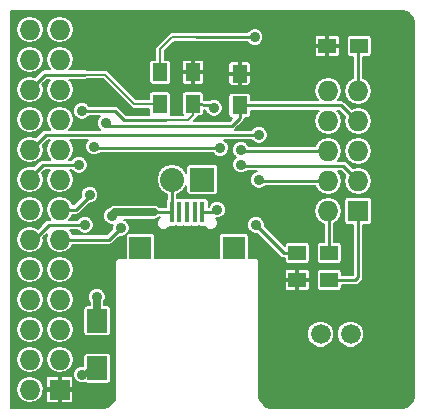
<source format=gbr>
G04 #@! TF.FileFunction,Copper,L1,Top,Signal*
%FSLAX46Y46*%
G04 Gerber Fmt 4.6, Leading zero omitted, Abs format (unit mm)*
G04 Created by KiCad (PCBNEW 4.0.1-stable) date 7/29/2016 10:59:53 AM*
%MOMM*%
G01*
G04 APERTURE LIST*
%ADD10C,0.150000*%
%ADD11R,0.400000X1.800000*%
%ADD12R,1.900000X1.900000*%
%ADD13R,1.500000X1.300000*%
%ADD14R,1.300000X1.500000*%
%ADD15R,1.727200X1.727200*%
%ADD16O,1.727200X1.727200*%
%ADD17R,1.700000X2.000000*%
%ADD18R,2.032000X2.032000*%
%ADD19O,2.032000X2.032000*%
%ADD20C,1.676400*%
%ADD21C,0.889000*%
%ADD22C,0.254000*%
%ADD23C,0.203200*%
%ADD24C,0.635000*%
G04 APERTURE END LIST*
D10*
D11*
X13940000Y-17380000D03*
X14590000Y-17380000D03*
X15240000Y-17380000D03*
X15890000Y-17380000D03*
X16540000Y-17380000D03*
D12*
X11290000Y-20405000D03*
X19190000Y-20405000D03*
D13*
X27258000Y-23114000D03*
X24558000Y-23114000D03*
X24558000Y-20828000D03*
X27258000Y-20828000D03*
D14*
X19685000Y-8335000D03*
X19685000Y-5635000D03*
D13*
X29798000Y-3302000D03*
X27098000Y-3302000D03*
D14*
X15748000Y-8208000D03*
X15748000Y-5508000D03*
D15*
X4445000Y-32385000D03*
D16*
X1905000Y-32385000D03*
X4445000Y-29845000D03*
X1905000Y-29845000D03*
X4445000Y-27305000D03*
X1905000Y-27305000D03*
X4445000Y-24765000D03*
X1905000Y-24765000D03*
X4445000Y-22225000D03*
X1905000Y-22225000D03*
X4445000Y-19685000D03*
X1905000Y-19685000D03*
X4445000Y-17145000D03*
X1905000Y-17145000D03*
X4445000Y-14605000D03*
X1905000Y-14605000D03*
X4445000Y-12065000D03*
X1905000Y-12065000D03*
X4445000Y-9525000D03*
X1905000Y-9525000D03*
X4445000Y-6985000D03*
X1905000Y-6985000D03*
X4445000Y-4445000D03*
X1905000Y-4445000D03*
X4445000Y-1905000D03*
X1905000Y-1905000D03*
D15*
X29718000Y-17272000D03*
D16*
X27178000Y-17272000D03*
X29718000Y-14732000D03*
X27178000Y-14732000D03*
X29718000Y-12192000D03*
X27178000Y-12192000D03*
X29718000Y-9652000D03*
X27178000Y-9652000D03*
X29718000Y-7112000D03*
X27178000Y-7112000D03*
D17*
X7620000Y-30575000D03*
X7620000Y-26575000D03*
D14*
X12954000Y-5508000D03*
X12954000Y-8208000D03*
D18*
X16510000Y-14605000D03*
D19*
X13970000Y-14605000D03*
D20*
X26543000Y-27686000D03*
X29083000Y-27686000D03*
D21*
X6350000Y-31115000D03*
X17780000Y-17145000D03*
X9624000Y-18688000D03*
X21054000Y-18434000D03*
X21308000Y-10814000D03*
X21308000Y-14624000D03*
X17498000Y-8528000D03*
X6322000Y-8782000D03*
X19784000Y-12084000D03*
X6068000Y-13354000D03*
X8354000Y-9798000D03*
X6576000Y-18434000D03*
X8862000Y-17672000D03*
X7592000Y-24530000D03*
X20955000Y-2540000D03*
X6985000Y-15875000D03*
X7366000Y-11811000D03*
X18034000Y-11938000D03*
X19812000Y-13335000D03*
D22*
X6890000Y-30575000D02*
X7620000Y-30575000D01*
X6350000Y-31115000D02*
X6890000Y-30575000D01*
X17545000Y-17380000D02*
X17780000Y-17145000D01*
X16540000Y-17380000D02*
X17545000Y-17380000D01*
X29464000Y-23114000D02*
X29718000Y-22860000D01*
X27258000Y-23114000D02*
X29464000Y-23114000D01*
X29718000Y-22860000D02*
X29718000Y-17272000D01*
X8627000Y-19685000D02*
X9624000Y-18688000D01*
X8627000Y-19685000D02*
X4445000Y-19685000D01*
X23448000Y-20828000D02*
X21054000Y-18434000D01*
X24558000Y-20828000D02*
X23448000Y-20828000D01*
X1905000Y-12065000D02*
X2023000Y-12065000D01*
X2023000Y-12065000D02*
X3274000Y-10814000D01*
X3274000Y-10814000D02*
X21308000Y-10814000D01*
X27178000Y-14732000D02*
X26543000Y-14732000D01*
X27098000Y-14812000D02*
X27178000Y-14732000D01*
X21416000Y-14732000D02*
X21308000Y-14624000D01*
X27178000Y-14732000D02*
X21416000Y-14732000D01*
D23*
X13462000Y-9544000D02*
X15348000Y-9544000D01*
X15748000Y-9144000D02*
X15748000Y-8208000D01*
X15348000Y-9544000D02*
X15748000Y-9144000D01*
D22*
X9116000Y-8782000D02*
X6322000Y-8782000D01*
X9878000Y-9544000D02*
X9116000Y-8782000D01*
X13462000Y-9544000D02*
X9878000Y-9544000D01*
X17305000Y-8335000D02*
X15748000Y-8208000D01*
X17498000Y-8528000D02*
X17305000Y-8335000D01*
X19892000Y-12192000D02*
X19784000Y-12084000D01*
X1905000Y-14605000D02*
X1905000Y-14469000D01*
X1905000Y-14469000D02*
X3020000Y-13354000D01*
X3020000Y-13354000D02*
X6068000Y-13354000D01*
X27178000Y-12192000D02*
X26543000Y-12192000D01*
X27178000Y-12192000D02*
X19892000Y-12192000D01*
X19685000Y-9389000D02*
X19685000Y-8335000D01*
X28274000Y-8335000D02*
X19685000Y-8335000D01*
X19022000Y-10052000D02*
X19685000Y-9389000D01*
X8608000Y-10052000D02*
X19022000Y-10052000D01*
X8354000Y-9798000D02*
X8608000Y-10052000D01*
X3528000Y-18434000D02*
X6576000Y-18434000D01*
X1905000Y-19685000D02*
X2277000Y-19685000D01*
X2277000Y-19685000D02*
X3528000Y-18434000D01*
X29591000Y-9652000D02*
X28274000Y-8335000D01*
X29718000Y-9652000D02*
X29591000Y-9652000D01*
X29718000Y-3382000D02*
X29798000Y-3302000D01*
X29718000Y-7112000D02*
X29718000Y-3382000D01*
D24*
X7620000Y-26575000D02*
X7620000Y-24558000D01*
X9154000Y-17380000D02*
X12418000Y-17380000D01*
X8862000Y-17672000D02*
X9154000Y-17380000D01*
X7620000Y-24558000D02*
X7592000Y-24530000D01*
D22*
X12418000Y-17380000D02*
X13940000Y-17380000D01*
X13940000Y-17380000D02*
X13940000Y-14635000D01*
X13940000Y-14635000D02*
X13970000Y-14605000D01*
D23*
X6604000Y-5715000D02*
X8255000Y-5715000D01*
X10748000Y-8208000D02*
X12954000Y-8208000D01*
X8255000Y-5715000D02*
X10748000Y-8208000D01*
D22*
X3175000Y-5715000D02*
X6604000Y-5715000D01*
X1905000Y-6985000D02*
X3175000Y-5715000D01*
D23*
X20320000Y-2540000D02*
X13970000Y-2540000D01*
X12954000Y-3556000D02*
X12954000Y-5508000D01*
X13970000Y-2540000D02*
X12954000Y-3556000D01*
D22*
X15955000Y-2540000D02*
X20320000Y-2540000D01*
X20320000Y-2540000D02*
X20955000Y-2540000D01*
X5842000Y-17145000D02*
X6985000Y-16002000D01*
X6985000Y-16002000D02*
X6985000Y-15875000D01*
X7366000Y-11811000D02*
X7493000Y-11938000D01*
X7493000Y-11938000D02*
X18034000Y-11938000D01*
X19812000Y-13335000D02*
X19939000Y-13462000D01*
X19939000Y-13462000D02*
X28448000Y-13462000D01*
X28448000Y-13462000D02*
X29718000Y-14732000D01*
X4445000Y-17145000D02*
X5842000Y-17145000D01*
X27150000Y-17300000D02*
X27178000Y-17272000D01*
X27258000Y-17352000D02*
X27178000Y-17272000D01*
X27258000Y-20828000D02*
X27258000Y-17352000D01*
D23*
G36*
X33875572Y-430888D02*
X34076375Y-565059D01*
X34232939Y-721623D01*
X34367112Y-922428D01*
X34443200Y-1304947D01*
X34443200Y-32985053D01*
X34372394Y-33341019D01*
X33952177Y-33807927D01*
X33875572Y-33859112D01*
X33493053Y-33935200D01*
X22259947Y-33935200D01*
X21952786Y-33874102D01*
X21370898Y-33292214D01*
X21309800Y-32985053D01*
X21309800Y-27912359D01*
X25399802Y-27912359D01*
X25573446Y-28332612D01*
X25894697Y-28654423D01*
X26314646Y-28828801D01*
X26769359Y-28829198D01*
X27189612Y-28655554D01*
X27511423Y-28334303D01*
X27685801Y-27914354D01*
X27685802Y-27912359D01*
X27939802Y-27912359D01*
X28113446Y-28332612D01*
X28434697Y-28654423D01*
X28854646Y-28828801D01*
X29309359Y-28829198D01*
X29729612Y-28655554D01*
X30051423Y-28334303D01*
X30225801Y-27914354D01*
X30226198Y-27459641D01*
X30052554Y-27039388D01*
X29731303Y-26717577D01*
X29311354Y-26543199D01*
X28856641Y-26542802D01*
X28436388Y-26716446D01*
X28114577Y-27037697D01*
X27940199Y-27457646D01*
X27939802Y-27912359D01*
X27685802Y-27912359D01*
X27686198Y-27459641D01*
X27512554Y-27039388D01*
X27191303Y-26717577D01*
X26771354Y-26543199D01*
X26316641Y-26542802D01*
X25896388Y-26716446D01*
X25574577Y-27037697D01*
X25400199Y-27457646D01*
X25399802Y-27912359D01*
X21309800Y-27912359D01*
X21309800Y-23279100D01*
X23503200Y-23279100D01*
X23503200Y-23824629D01*
X23549603Y-23936656D01*
X23635345Y-24022397D01*
X23747372Y-24068800D01*
X24392900Y-24068800D01*
X24469100Y-23992600D01*
X24469100Y-23202900D01*
X24646900Y-23202900D01*
X24646900Y-23992600D01*
X24723100Y-24068800D01*
X25368628Y-24068800D01*
X25480655Y-24022397D01*
X25566397Y-23936656D01*
X25612800Y-23824629D01*
X25612800Y-23279100D01*
X25536600Y-23202900D01*
X24646900Y-23202900D01*
X24469100Y-23202900D01*
X23579400Y-23202900D01*
X23503200Y-23279100D01*
X21309800Y-23279100D01*
X21309800Y-22403371D01*
X23503200Y-22403371D01*
X23503200Y-22948900D01*
X23579400Y-23025100D01*
X24469100Y-23025100D01*
X24469100Y-22235400D01*
X24646900Y-22235400D01*
X24646900Y-23025100D01*
X25536600Y-23025100D01*
X25612800Y-22948900D01*
X25612800Y-22464000D01*
X26197229Y-22464000D01*
X26197229Y-23764000D01*
X26218482Y-23876952D01*
X26285237Y-23980692D01*
X26387093Y-24050287D01*
X26508000Y-24074771D01*
X28008000Y-24074771D01*
X28120952Y-24053518D01*
X28224692Y-23986763D01*
X28294287Y-23884907D01*
X28318771Y-23764000D01*
X28318771Y-23545800D01*
X29464000Y-23545800D01*
X29629243Y-23512931D01*
X29769329Y-23419329D01*
X30023329Y-23165329D01*
X30116931Y-23025243D01*
X30149800Y-22860000D01*
X30149800Y-18446371D01*
X30581600Y-18446371D01*
X30694552Y-18425118D01*
X30798292Y-18358363D01*
X30867887Y-18256507D01*
X30892371Y-18135600D01*
X30892371Y-16408400D01*
X30871118Y-16295448D01*
X30804363Y-16191708D01*
X30702507Y-16122113D01*
X30581600Y-16097629D01*
X28854400Y-16097629D01*
X28741448Y-16118882D01*
X28637708Y-16185637D01*
X28568113Y-16287493D01*
X28543629Y-16408400D01*
X28543629Y-18135600D01*
X28564882Y-18248552D01*
X28631637Y-18352292D01*
X28733493Y-18421887D01*
X28854400Y-18446371D01*
X29286200Y-18446371D01*
X29286200Y-22681142D01*
X29285142Y-22682200D01*
X28318771Y-22682200D01*
X28318771Y-22464000D01*
X28297518Y-22351048D01*
X28230763Y-22247308D01*
X28128907Y-22177713D01*
X28008000Y-22153229D01*
X26508000Y-22153229D01*
X26395048Y-22174482D01*
X26291308Y-22241237D01*
X26221713Y-22343093D01*
X26197229Y-22464000D01*
X25612800Y-22464000D01*
X25612800Y-22403371D01*
X25566397Y-22291344D01*
X25480655Y-22205603D01*
X25368628Y-22159200D01*
X24723100Y-22159200D01*
X24646900Y-22235400D01*
X24469100Y-22235400D01*
X24392900Y-22159200D01*
X23747372Y-22159200D01*
X23635345Y-22205603D01*
X23549603Y-22291344D01*
X23503200Y-22403371D01*
X21309800Y-22403371D01*
X21309800Y-21590000D01*
X21282792Y-21454224D01*
X21205881Y-21339119D01*
X21090776Y-21262208D01*
X20955000Y-21235200D01*
X20450771Y-21235200D01*
X20450771Y-19455000D01*
X20429518Y-19342048D01*
X20362763Y-19238308D01*
X20260907Y-19168713D01*
X20140000Y-19144229D01*
X18240000Y-19144229D01*
X18127048Y-19165482D01*
X18023308Y-19232237D01*
X17953713Y-19334093D01*
X17929229Y-19455000D01*
X17929229Y-21235200D01*
X12550771Y-21235200D01*
X12550771Y-19455000D01*
X12529518Y-19342048D01*
X12462763Y-19238308D01*
X12360907Y-19168713D01*
X12240000Y-19144229D01*
X10340000Y-19144229D01*
X10227048Y-19165482D01*
X10168614Y-19203084D01*
X10258856Y-19112999D01*
X10373170Y-18837699D01*
X10373430Y-18539609D01*
X10259596Y-18264110D01*
X10048999Y-18053144D01*
X9926552Y-18002300D01*
X12418000Y-18002300D01*
X12656144Y-17954930D01*
X12858033Y-17820033D01*
X12863534Y-17811800D01*
X12915346Y-17811800D01*
X12911999Y-17813183D01*
X12748756Y-17976141D01*
X12660301Y-18189165D01*
X12660100Y-18419823D01*
X12748183Y-18633001D01*
X12911141Y-18796244D01*
X13124165Y-18884699D01*
X13354823Y-18884900D01*
X13568001Y-18796817D01*
X13731244Y-18633859D01*
X13749136Y-18590771D01*
X14140000Y-18590771D01*
X14252952Y-18569518D01*
X14263700Y-18562602D01*
X14269093Y-18566287D01*
X14390000Y-18590771D01*
X14790000Y-18590771D01*
X14902952Y-18569518D01*
X14913700Y-18562602D01*
X14919093Y-18566287D01*
X15040000Y-18590771D01*
X15440000Y-18590771D01*
X15552952Y-18569518D01*
X15563700Y-18562602D01*
X15569093Y-18566287D01*
X15690000Y-18590771D01*
X16090000Y-18590771D01*
X16202952Y-18569518D01*
X16213700Y-18562602D01*
X16219093Y-18566287D01*
X16340000Y-18590771D01*
X16730734Y-18590771D01*
X16748183Y-18633001D01*
X16911141Y-18796244D01*
X17124165Y-18884699D01*
X17354823Y-18884900D01*
X17568001Y-18796817D01*
X17731244Y-18633859D01*
X17752615Y-18582391D01*
X20304570Y-18582391D01*
X20418404Y-18857890D01*
X20629001Y-19068856D01*
X20904301Y-19183170D01*
X21192764Y-19183422D01*
X23142671Y-21133329D01*
X23282757Y-21226931D01*
X23448000Y-21259800D01*
X23497229Y-21259800D01*
X23497229Y-21478000D01*
X23518482Y-21590952D01*
X23585237Y-21694692D01*
X23687093Y-21764287D01*
X23808000Y-21788771D01*
X25308000Y-21788771D01*
X25420952Y-21767518D01*
X25524692Y-21700763D01*
X25594287Y-21598907D01*
X25618771Y-21478000D01*
X25618771Y-20178000D01*
X25597518Y-20065048D01*
X25530763Y-19961308D01*
X25428907Y-19891713D01*
X25308000Y-19867229D01*
X23808000Y-19867229D01*
X23695048Y-19888482D01*
X23591308Y-19955237D01*
X23521713Y-20057093D01*
X23497229Y-20178000D01*
X23497229Y-20266571D01*
X21803180Y-18572522D01*
X21803430Y-18285609D01*
X21689596Y-18010110D01*
X21478999Y-17799144D01*
X21203699Y-17684830D01*
X20905609Y-17684570D01*
X20630110Y-17798404D01*
X20419144Y-18009001D01*
X20304830Y-18284301D01*
X20304570Y-18582391D01*
X17752615Y-18582391D01*
X17819699Y-18420835D01*
X17819900Y-18190177D01*
X17731817Y-17976999D01*
X17649149Y-17894186D01*
X17928391Y-17894430D01*
X18203890Y-17780596D01*
X18414856Y-17569999D01*
X18529170Y-17294699D01*
X18529189Y-17272000D01*
X25986710Y-17272000D01*
X26075649Y-17719127D01*
X26328926Y-18098184D01*
X26707983Y-18351461D01*
X26826200Y-18374976D01*
X26826200Y-19867229D01*
X26508000Y-19867229D01*
X26395048Y-19888482D01*
X26291308Y-19955237D01*
X26221713Y-20057093D01*
X26197229Y-20178000D01*
X26197229Y-21478000D01*
X26218482Y-21590952D01*
X26285237Y-21694692D01*
X26387093Y-21764287D01*
X26508000Y-21788771D01*
X28008000Y-21788771D01*
X28120952Y-21767518D01*
X28224692Y-21700763D01*
X28294287Y-21598907D01*
X28318771Y-21478000D01*
X28318771Y-20178000D01*
X28297518Y-20065048D01*
X28230763Y-19961308D01*
X28128907Y-19891713D01*
X28008000Y-19867229D01*
X27689800Y-19867229D01*
X27689800Y-18323543D01*
X28027074Y-18098184D01*
X28280351Y-17719127D01*
X28369290Y-17272000D01*
X28280351Y-16824873D01*
X28027074Y-16445816D01*
X27648017Y-16192539D01*
X27200890Y-16103600D01*
X27155110Y-16103600D01*
X26707983Y-16192539D01*
X26328926Y-16445816D01*
X26075649Y-16824873D01*
X25986710Y-17272000D01*
X18529189Y-17272000D01*
X18529430Y-16996609D01*
X18415596Y-16721110D01*
X18204999Y-16510144D01*
X17929699Y-16395830D01*
X17631609Y-16395570D01*
X17356110Y-16509404D01*
X17145144Y-16720001D01*
X17050771Y-16947278D01*
X17050771Y-16480000D01*
X17029518Y-16367048D01*
X16962763Y-16263308D01*
X16860907Y-16193713D01*
X16740000Y-16169229D01*
X16340000Y-16169229D01*
X16227048Y-16190482D01*
X16216300Y-16197398D01*
X16210907Y-16193713D01*
X16090000Y-16169229D01*
X15690000Y-16169229D01*
X15577048Y-16190482D01*
X15566300Y-16197398D01*
X15560907Y-16193713D01*
X15440000Y-16169229D01*
X15040000Y-16169229D01*
X14927048Y-16190482D01*
X14916300Y-16197398D01*
X14910907Y-16193713D01*
X14790000Y-16169229D01*
X14390000Y-16169229D01*
X14371800Y-16172654D01*
X14371800Y-15871753D01*
X14475448Y-15851136D01*
X14903947Y-15564823D01*
X15183229Y-15146847D01*
X15183229Y-15621000D01*
X15204482Y-15733952D01*
X15271237Y-15837692D01*
X15373093Y-15907287D01*
X15494000Y-15931771D01*
X17526000Y-15931771D01*
X17638952Y-15910518D01*
X17742692Y-15843763D01*
X17812287Y-15741907D01*
X17836771Y-15621000D01*
X17836771Y-13589000D01*
X17815518Y-13476048D01*
X17748763Y-13372308D01*
X17646907Y-13302713D01*
X17526000Y-13278229D01*
X15494000Y-13278229D01*
X15381048Y-13299482D01*
X15277308Y-13366237D01*
X15207713Y-13468093D01*
X15183229Y-13589000D01*
X15183229Y-14063153D01*
X14903947Y-13645177D01*
X14475448Y-13358864D01*
X13970000Y-13258324D01*
X13464552Y-13358864D01*
X13036053Y-13645177D01*
X12749740Y-14073676D01*
X12649200Y-14579124D01*
X12649200Y-14630876D01*
X12749740Y-15136324D01*
X13036053Y-15564823D01*
X13464552Y-15851136D01*
X13508200Y-15859818D01*
X13508200Y-16279348D01*
X13453713Y-16359093D01*
X13429229Y-16480000D01*
X13429229Y-16948200D01*
X12863534Y-16948200D01*
X12858033Y-16939967D01*
X12656144Y-16805070D01*
X12418000Y-16757700D01*
X9154000Y-16757700D01*
X8915856Y-16805070D01*
X8739969Y-16922593D01*
X8713609Y-16922570D01*
X8438110Y-17036404D01*
X8227144Y-17247001D01*
X8112830Y-17522301D01*
X8112570Y-17820391D01*
X8226404Y-18095890D01*
X8437001Y-18306856D01*
X8712301Y-18421170D01*
X8923390Y-18421354D01*
X8874830Y-18538301D01*
X8874578Y-18826764D01*
X8448142Y-19253200D01*
X5550400Y-19253200D01*
X5547351Y-19237873D01*
X5298741Y-18865800D01*
X5948300Y-18865800D01*
X6151001Y-19068856D01*
X6426301Y-19183170D01*
X6724391Y-19183430D01*
X6999890Y-19069596D01*
X7210856Y-18858999D01*
X7325170Y-18583699D01*
X7325430Y-18285609D01*
X7211596Y-18010110D01*
X7000999Y-17799144D01*
X6725699Y-17684830D01*
X6427609Y-17684570D01*
X6152110Y-17798404D01*
X5947957Y-18002200D01*
X5247655Y-18002200D01*
X5294074Y-17971184D01*
X5547351Y-17592127D01*
X5550400Y-17576800D01*
X5842000Y-17576800D01*
X6007243Y-17543931D01*
X6147329Y-17450329D01*
X6973368Y-16624290D01*
X7133391Y-16624430D01*
X7408890Y-16510596D01*
X7619856Y-16299999D01*
X7734170Y-16024699D01*
X7734430Y-15726609D01*
X7620596Y-15451110D01*
X7409999Y-15240144D01*
X7134699Y-15125830D01*
X6836609Y-15125570D01*
X6561110Y-15239404D01*
X6350144Y-15450001D01*
X6235830Y-15725301D01*
X6235570Y-16023391D01*
X6269890Y-16106452D01*
X5663142Y-16713200D01*
X5550400Y-16713200D01*
X5547351Y-16697873D01*
X5294074Y-16318816D01*
X4915017Y-16065539D01*
X4467890Y-15976600D01*
X4422110Y-15976600D01*
X3974983Y-16065539D01*
X3595926Y-16318816D01*
X3342649Y-16697873D01*
X3253710Y-17145000D01*
X3342649Y-17592127D01*
X3595926Y-17971184D01*
X3642345Y-18002200D01*
X3528000Y-18002200D01*
X3362757Y-18035069D01*
X3247572Y-18112033D01*
X3222671Y-18128671D01*
X2597287Y-18754055D01*
X2375017Y-18605539D01*
X1927890Y-18516600D01*
X1882110Y-18516600D01*
X1434983Y-18605539D01*
X1055926Y-18858816D01*
X802649Y-19237873D01*
X713710Y-19685000D01*
X802649Y-20132127D01*
X1055926Y-20511184D01*
X1434983Y-20764461D01*
X1882110Y-20853400D01*
X1927890Y-20853400D01*
X2375017Y-20764461D01*
X2754074Y-20511184D01*
X3007351Y-20132127D01*
X3096290Y-19685000D01*
X3061676Y-19510982D01*
X3358484Y-19214174D01*
X3342649Y-19237873D01*
X3253710Y-19685000D01*
X3342649Y-20132127D01*
X3595926Y-20511184D01*
X3974983Y-20764461D01*
X4422110Y-20853400D01*
X4467890Y-20853400D01*
X4915017Y-20764461D01*
X5294074Y-20511184D01*
X5547351Y-20132127D01*
X5550400Y-20116800D01*
X8627000Y-20116800D01*
X8792243Y-20083931D01*
X8932329Y-19990329D01*
X9485478Y-19437180D01*
X9772391Y-19437430D01*
X10047890Y-19323596D01*
X10088765Y-19282792D01*
X10053713Y-19334093D01*
X10029229Y-19455000D01*
X10029229Y-21235200D01*
X9525000Y-21235200D01*
X9389224Y-21262208D01*
X9274119Y-21339119D01*
X9197208Y-21454224D01*
X9170200Y-21590000D01*
X9170200Y-32985053D01*
X9109102Y-33292214D01*
X8527214Y-33874102D01*
X8220053Y-33935200D01*
X354800Y-33935200D01*
X354800Y-32385000D01*
X713710Y-32385000D01*
X802649Y-32832127D01*
X1055926Y-33211184D01*
X1434983Y-33464461D01*
X1882110Y-33553400D01*
X1927890Y-33553400D01*
X2375017Y-33464461D01*
X2754074Y-33211184D01*
X3007351Y-32832127D01*
X3063449Y-32550100D01*
X3276600Y-32550100D01*
X3276600Y-33309229D01*
X3323003Y-33421256D01*
X3408745Y-33506997D01*
X3520772Y-33553400D01*
X4279900Y-33553400D01*
X4356100Y-33477200D01*
X4356100Y-32473900D01*
X4533900Y-32473900D01*
X4533900Y-33477200D01*
X4610100Y-33553400D01*
X5369228Y-33553400D01*
X5481255Y-33506997D01*
X5566997Y-33421256D01*
X5613400Y-33309229D01*
X5613400Y-32550100D01*
X5537200Y-32473900D01*
X4533900Y-32473900D01*
X4356100Y-32473900D01*
X3352800Y-32473900D01*
X3276600Y-32550100D01*
X3063449Y-32550100D01*
X3096290Y-32385000D01*
X3007351Y-31937873D01*
X2754074Y-31558816D01*
X2607339Y-31460771D01*
X3276600Y-31460771D01*
X3276600Y-32219900D01*
X3352800Y-32296100D01*
X4356100Y-32296100D01*
X4356100Y-31292800D01*
X4533900Y-31292800D01*
X4533900Y-32296100D01*
X5537200Y-32296100D01*
X5613400Y-32219900D01*
X5613400Y-31460771D01*
X5566997Y-31348744D01*
X5481644Y-31263391D01*
X5600570Y-31263391D01*
X5714404Y-31538890D01*
X5925001Y-31749856D01*
X6200301Y-31864170D01*
X6498391Y-31864430D01*
X6595169Y-31824442D01*
X6649093Y-31861287D01*
X6770000Y-31885771D01*
X8470000Y-31885771D01*
X8582952Y-31864518D01*
X8686692Y-31797763D01*
X8756287Y-31695907D01*
X8780771Y-31575000D01*
X8780771Y-29575000D01*
X8759518Y-29462048D01*
X8692763Y-29358308D01*
X8590907Y-29288713D01*
X8470000Y-29264229D01*
X6770000Y-29264229D01*
X6657048Y-29285482D01*
X6553308Y-29352237D01*
X6483713Y-29454093D01*
X6459229Y-29575000D01*
X6459229Y-30365795D01*
X6201609Y-30365570D01*
X5926110Y-30479404D01*
X5715144Y-30690001D01*
X5600830Y-30965301D01*
X5600570Y-31263391D01*
X5481644Y-31263391D01*
X5481255Y-31263003D01*
X5369228Y-31216600D01*
X4610100Y-31216600D01*
X4533900Y-31292800D01*
X4356100Y-31292800D01*
X4279900Y-31216600D01*
X3520772Y-31216600D01*
X3408745Y-31263003D01*
X3323003Y-31348744D01*
X3276600Y-31460771D01*
X2607339Y-31460771D01*
X2375017Y-31305539D01*
X1927890Y-31216600D01*
X1882110Y-31216600D01*
X1434983Y-31305539D01*
X1055926Y-31558816D01*
X802649Y-31937873D01*
X713710Y-32385000D01*
X354800Y-32385000D01*
X354800Y-29845000D01*
X713710Y-29845000D01*
X802649Y-30292127D01*
X1055926Y-30671184D01*
X1434983Y-30924461D01*
X1882110Y-31013400D01*
X1927890Y-31013400D01*
X2375017Y-30924461D01*
X2754074Y-30671184D01*
X3007351Y-30292127D01*
X3096290Y-29845000D01*
X3253710Y-29845000D01*
X3342649Y-30292127D01*
X3595926Y-30671184D01*
X3974983Y-30924461D01*
X4422110Y-31013400D01*
X4467890Y-31013400D01*
X4915017Y-30924461D01*
X5294074Y-30671184D01*
X5547351Y-30292127D01*
X5636290Y-29845000D01*
X5547351Y-29397873D01*
X5294074Y-29018816D01*
X4915017Y-28765539D01*
X4467890Y-28676600D01*
X4422110Y-28676600D01*
X3974983Y-28765539D01*
X3595926Y-29018816D01*
X3342649Y-29397873D01*
X3253710Y-29845000D01*
X3096290Y-29845000D01*
X3007351Y-29397873D01*
X2754074Y-29018816D01*
X2375017Y-28765539D01*
X1927890Y-28676600D01*
X1882110Y-28676600D01*
X1434983Y-28765539D01*
X1055926Y-29018816D01*
X802649Y-29397873D01*
X713710Y-29845000D01*
X354800Y-29845000D01*
X354800Y-27305000D01*
X713710Y-27305000D01*
X802649Y-27752127D01*
X1055926Y-28131184D01*
X1434983Y-28384461D01*
X1882110Y-28473400D01*
X1927890Y-28473400D01*
X2375017Y-28384461D01*
X2754074Y-28131184D01*
X3007351Y-27752127D01*
X3096290Y-27305000D01*
X3253710Y-27305000D01*
X3342649Y-27752127D01*
X3595926Y-28131184D01*
X3974983Y-28384461D01*
X4422110Y-28473400D01*
X4467890Y-28473400D01*
X4915017Y-28384461D01*
X5294074Y-28131184D01*
X5547351Y-27752127D01*
X5636290Y-27305000D01*
X5547351Y-26857873D01*
X5294074Y-26478816D01*
X4915017Y-26225539D01*
X4467890Y-26136600D01*
X4422110Y-26136600D01*
X3974983Y-26225539D01*
X3595926Y-26478816D01*
X3342649Y-26857873D01*
X3253710Y-27305000D01*
X3096290Y-27305000D01*
X3007351Y-26857873D01*
X2754074Y-26478816D01*
X2375017Y-26225539D01*
X1927890Y-26136600D01*
X1882110Y-26136600D01*
X1434983Y-26225539D01*
X1055926Y-26478816D01*
X802649Y-26857873D01*
X713710Y-27305000D01*
X354800Y-27305000D01*
X354800Y-24765000D01*
X713710Y-24765000D01*
X802649Y-25212127D01*
X1055926Y-25591184D01*
X1434983Y-25844461D01*
X1882110Y-25933400D01*
X1927890Y-25933400D01*
X2375017Y-25844461D01*
X2754074Y-25591184D01*
X3007351Y-25212127D01*
X3096290Y-24765000D01*
X3253710Y-24765000D01*
X3342649Y-25212127D01*
X3595926Y-25591184D01*
X3974983Y-25844461D01*
X4422110Y-25933400D01*
X4467890Y-25933400D01*
X4915017Y-25844461D01*
X5294074Y-25591184D01*
X5304887Y-25575000D01*
X6459229Y-25575000D01*
X6459229Y-27575000D01*
X6480482Y-27687952D01*
X6547237Y-27791692D01*
X6649093Y-27861287D01*
X6770000Y-27885771D01*
X8470000Y-27885771D01*
X8582952Y-27864518D01*
X8686692Y-27797763D01*
X8756287Y-27695907D01*
X8780771Y-27575000D01*
X8780771Y-25575000D01*
X8759518Y-25462048D01*
X8692763Y-25358308D01*
X8590907Y-25288713D01*
X8470000Y-25264229D01*
X8242300Y-25264229D01*
X8242300Y-24917806D01*
X8341170Y-24679699D01*
X8341430Y-24381609D01*
X8227596Y-24106110D01*
X8016999Y-23895144D01*
X7741699Y-23780830D01*
X7443609Y-23780570D01*
X7168110Y-23894404D01*
X6957144Y-24105001D01*
X6842830Y-24380301D01*
X6842570Y-24678391D01*
X6956404Y-24953890D01*
X6997700Y-24995258D01*
X6997700Y-25264229D01*
X6770000Y-25264229D01*
X6657048Y-25285482D01*
X6553308Y-25352237D01*
X6483713Y-25454093D01*
X6459229Y-25575000D01*
X5304887Y-25575000D01*
X5547351Y-25212127D01*
X5636290Y-24765000D01*
X5547351Y-24317873D01*
X5294074Y-23938816D01*
X4915017Y-23685539D01*
X4467890Y-23596600D01*
X4422110Y-23596600D01*
X3974983Y-23685539D01*
X3595926Y-23938816D01*
X3342649Y-24317873D01*
X3253710Y-24765000D01*
X3096290Y-24765000D01*
X3007351Y-24317873D01*
X2754074Y-23938816D01*
X2375017Y-23685539D01*
X1927890Y-23596600D01*
X1882110Y-23596600D01*
X1434983Y-23685539D01*
X1055926Y-23938816D01*
X802649Y-24317873D01*
X713710Y-24765000D01*
X354800Y-24765000D01*
X354800Y-22225000D01*
X713710Y-22225000D01*
X802649Y-22672127D01*
X1055926Y-23051184D01*
X1434983Y-23304461D01*
X1882110Y-23393400D01*
X1927890Y-23393400D01*
X2375017Y-23304461D01*
X2754074Y-23051184D01*
X3007351Y-22672127D01*
X3096290Y-22225000D01*
X3253710Y-22225000D01*
X3342649Y-22672127D01*
X3595926Y-23051184D01*
X3974983Y-23304461D01*
X4422110Y-23393400D01*
X4467890Y-23393400D01*
X4915017Y-23304461D01*
X5294074Y-23051184D01*
X5547351Y-22672127D01*
X5636290Y-22225000D01*
X5547351Y-21777873D01*
X5294074Y-21398816D01*
X4915017Y-21145539D01*
X4467890Y-21056600D01*
X4422110Y-21056600D01*
X3974983Y-21145539D01*
X3595926Y-21398816D01*
X3342649Y-21777873D01*
X3253710Y-22225000D01*
X3096290Y-22225000D01*
X3007351Y-21777873D01*
X2754074Y-21398816D01*
X2375017Y-21145539D01*
X1927890Y-21056600D01*
X1882110Y-21056600D01*
X1434983Y-21145539D01*
X1055926Y-21398816D01*
X802649Y-21777873D01*
X713710Y-22225000D01*
X354800Y-22225000D01*
X354800Y-17145000D01*
X713710Y-17145000D01*
X802649Y-17592127D01*
X1055926Y-17971184D01*
X1434983Y-18224461D01*
X1882110Y-18313400D01*
X1927890Y-18313400D01*
X2375017Y-18224461D01*
X2754074Y-17971184D01*
X3007351Y-17592127D01*
X3096290Y-17145000D01*
X3007351Y-16697873D01*
X2754074Y-16318816D01*
X2375017Y-16065539D01*
X1927890Y-15976600D01*
X1882110Y-15976600D01*
X1434983Y-16065539D01*
X1055926Y-16318816D01*
X802649Y-16697873D01*
X713710Y-17145000D01*
X354800Y-17145000D01*
X354800Y-9525000D01*
X713710Y-9525000D01*
X802649Y-9972127D01*
X1055926Y-10351184D01*
X1434983Y-10604461D01*
X1882110Y-10693400D01*
X1927890Y-10693400D01*
X2375017Y-10604461D01*
X2754074Y-10351184D01*
X3007351Y-9972127D01*
X3096290Y-9525000D01*
X3007351Y-9077873D01*
X2754074Y-8698816D01*
X2375017Y-8445539D01*
X1927890Y-8356600D01*
X1882110Y-8356600D01*
X1434983Y-8445539D01*
X1055926Y-8698816D01*
X802649Y-9077873D01*
X713710Y-9525000D01*
X354800Y-9525000D01*
X354800Y-6985000D01*
X713710Y-6985000D01*
X802649Y-7432127D01*
X1055926Y-7811184D01*
X1434983Y-8064461D01*
X1882110Y-8153400D01*
X1927890Y-8153400D01*
X2375017Y-8064461D01*
X2754074Y-7811184D01*
X3007351Y-7432127D01*
X3096290Y-6985000D01*
X3007351Y-6537873D01*
X2989500Y-6511158D01*
X3353858Y-6146800D01*
X3613909Y-6146800D01*
X3595926Y-6158816D01*
X3342649Y-6537873D01*
X3253710Y-6985000D01*
X3342649Y-7432127D01*
X3595926Y-7811184D01*
X3974983Y-8064461D01*
X4422110Y-8153400D01*
X4467890Y-8153400D01*
X4915017Y-8064461D01*
X5294074Y-7811184D01*
X5547351Y-7432127D01*
X5636290Y-6985000D01*
X5547351Y-6537873D01*
X5294074Y-6158816D01*
X5276091Y-6146800D01*
X6604000Y-6146800D01*
X6731694Y-6121400D01*
X8086664Y-6121400D01*
X10460632Y-8495368D01*
X10592477Y-8583465D01*
X10748000Y-8614400D01*
X11993229Y-8614400D01*
X11993229Y-8958000D01*
X12014482Y-9070952D01*
X12041024Y-9112200D01*
X10056858Y-9112200D01*
X9421329Y-8476671D01*
X9374736Y-8445539D01*
X9281243Y-8383069D01*
X9116000Y-8350200D01*
X6949700Y-8350200D01*
X6746999Y-8147144D01*
X6471699Y-8032830D01*
X6173609Y-8032570D01*
X5898110Y-8146404D01*
X5687144Y-8357001D01*
X5572830Y-8632301D01*
X5572570Y-8930391D01*
X5686404Y-9205890D01*
X5897001Y-9416856D01*
X6172301Y-9531170D01*
X6470391Y-9531430D01*
X6745890Y-9417596D01*
X6950043Y-9213800D01*
X7878624Y-9213800D01*
X7719144Y-9373001D01*
X7604830Y-9648301D01*
X7604570Y-9946391D01*
X7718404Y-10221890D01*
X7878434Y-10382200D01*
X5247655Y-10382200D01*
X5294074Y-10351184D01*
X5547351Y-9972127D01*
X5636290Y-9525000D01*
X5547351Y-9077873D01*
X5294074Y-8698816D01*
X4915017Y-8445539D01*
X4467890Y-8356600D01*
X4422110Y-8356600D01*
X3974983Y-8445539D01*
X3595926Y-8698816D01*
X3342649Y-9077873D01*
X3253710Y-9525000D01*
X3342649Y-9972127D01*
X3595926Y-10351184D01*
X3642345Y-10382200D01*
X3274000Y-10382200D01*
X3108757Y-10415069D01*
X2968671Y-10508671D01*
X2445025Y-11032317D01*
X2375017Y-10985539D01*
X1927890Y-10896600D01*
X1882110Y-10896600D01*
X1434983Y-10985539D01*
X1055926Y-11238816D01*
X802649Y-11617873D01*
X713710Y-12065000D01*
X802649Y-12512127D01*
X1055926Y-12891184D01*
X1434983Y-13144461D01*
X1882110Y-13233400D01*
X1927890Y-13233400D01*
X2375017Y-13144461D01*
X2754074Y-12891184D01*
X3007351Y-12512127D01*
X3096290Y-12065000D01*
X3019534Y-11679124D01*
X3452858Y-11245800D01*
X3591259Y-11245800D01*
X3342649Y-11617873D01*
X3253710Y-12065000D01*
X3342649Y-12512127D01*
X3595926Y-12891184D01*
X3642345Y-12922200D01*
X3020000Y-12922200D01*
X2854757Y-12955069D01*
X2743107Y-13029671D01*
X2714671Y-13048671D01*
X2260568Y-13502774D01*
X1927890Y-13436600D01*
X1882110Y-13436600D01*
X1434983Y-13525539D01*
X1055926Y-13778816D01*
X802649Y-14157873D01*
X713710Y-14605000D01*
X802649Y-15052127D01*
X1055926Y-15431184D01*
X1434983Y-15684461D01*
X1882110Y-15773400D01*
X1927890Y-15773400D01*
X2375017Y-15684461D01*
X2754074Y-15431184D01*
X3007351Y-15052127D01*
X3096290Y-14605000D01*
X3007351Y-14157873D01*
X2935027Y-14049631D01*
X3198858Y-13785800D01*
X3591259Y-13785800D01*
X3342649Y-14157873D01*
X3253710Y-14605000D01*
X3342649Y-15052127D01*
X3595926Y-15431184D01*
X3974983Y-15684461D01*
X4422110Y-15773400D01*
X4467890Y-15773400D01*
X4915017Y-15684461D01*
X5294074Y-15431184D01*
X5547351Y-15052127D01*
X5636290Y-14605000D01*
X5547351Y-14157873D01*
X5298741Y-13785800D01*
X5440300Y-13785800D01*
X5643001Y-13988856D01*
X5918301Y-14103170D01*
X6216391Y-14103430D01*
X6491890Y-13989596D01*
X6702856Y-13778999D01*
X6817170Y-13503699D01*
X6817430Y-13205609D01*
X6703596Y-12930110D01*
X6492999Y-12719144D01*
X6217699Y-12604830D01*
X5919609Y-12604570D01*
X5644110Y-12718404D01*
X5439957Y-12922200D01*
X5247655Y-12922200D01*
X5294074Y-12891184D01*
X5547351Y-12512127D01*
X5636290Y-12065000D01*
X5547351Y-11617873D01*
X5298741Y-11245800D01*
X6871591Y-11245800D01*
X6731144Y-11386001D01*
X6616830Y-11661301D01*
X6616570Y-11959391D01*
X6730404Y-12234890D01*
X6941001Y-12445856D01*
X7216301Y-12560170D01*
X7514391Y-12560430D01*
X7789890Y-12446596D01*
X7866821Y-12369800D01*
X17406300Y-12369800D01*
X17609001Y-12572856D01*
X17884301Y-12687170D01*
X18182391Y-12687430D01*
X18457890Y-12573596D01*
X18668856Y-12362999D01*
X18723088Y-12232391D01*
X19034570Y-12232391D01*
X19148404Y-12507890D01*
X19359001Y-12718856D01*
X19365797Y-12721678D01*
X19177144Y-12910001D01*
X19062830Y-13185301D01*
X19062570Y-13483391D01*
X19176404Y-13758890D01*
X19387001Y-13969856D01*
X19662301Y-14084170D01*
X19960391Y-14084430D01*
X20235890Y-13970596D01*
X20312821Y-13893800D01*
X21113069Y-13893800D01*
X20884110Y-13988404D01*
X20673144Y-14199001D01*
X20558830Y-14474301D01*
X20558570Y-14772391D01*
X20672404Y-15047890D01*
X20883001Y-15258856D01*
X21158301Y-15373170D01*
X21456391Y-15373430D01*
X21731890Y-15259596D01*
X21827854Y-15163800D01*
X26072600Y-15163800D01*
X26075649Y-15179127D01*
X26328926Y-15558184D01*
X26707983Y-15811461D01*
X27155110Y-15900400D01*
X27200890Y-15900400D01*
X27648017Y-15811461D01*
X28027074Y-15558184D01*
X28280351Y-15179127D01*
X28369290Y-14732000D01*
X28280351Y-14284873D01*
X28027074Y-13905816D01*
X28009091Y-13893800D01*
X28269142Y-13893800D01*
X28633500Y-14258158D01*
X28615649Y-14284873D01*
X28526710Y-14732000D01*
X28615649Y-15179127D01*
X28868926Y-15558184D01*
X29247983Y-15811461D01*
X29695110Y-15900400D01*
X29740890Y-15900400D01*
X30188017Y-15811461D01*
X30567074Y-15558184D01*
X30820351Y-15179127D01*
X30909290Y-14732000D01*
X30820351Y-14284873D01*
X30567074Y-13905816D01*
X30188017Y-13652539D01*
X29740890Y-13563600D01*
X29695110Y-13563600D01*
X29248996Y-13652338D01*
X28753329Y-13156671D01*
X28735055Y-13144461D01*
X28613243Y-13063069D01*
X28448000Y-13030200D01*
X28009091Y-13030200D01*
X28027074Y-13018184D01*
X28280351Y-12639127D01*
X28369290Y-12192000D01*
X28526710Y-12192000D01*
X28615649Y-12639127D01*
X28868926Y-13018184D01*
X29247983Y-13271461D01*
X29695110Y-13360400D01*
X29740890Y-13360400D01*
X30188017Y-13271461D01*
X30567074Y-13018184D01*
X30820351Y-12639127D01*
X30909290Y-12192000D01*
X30820351Y-11744873D01*
X30567074Y-11365816D01*
X30188017Y-11112539D01*
X29740890Y-11023600D01*
X29695110Y-11023600D01*
X29247983Y-11112539D01*
X28868926Y-11365816D01*
X28615649Y-11744873D01*
X28526710Y-12192000D01*
X28369290Y-12192000D01*
X28280351Y-11744873D01*
X28027074Y-11365816D01*
X27648017Y-11112539D01*
X27200890Y-11023600D01*
X27155110Y-11023600D01*
X26707983Y-11112539D01*
X26328926Y-11365816D01*
X26075649Y-11744873D01*
X26072600Y-11760200D01*
X20460952Y-11760200D01*
X20419596Y-11660110D01*
X20208999Y-11449144D01*
X19933699Y-11334830D01*
X19635609Y-11334570D01*
X19360110Y-11448404D01*
X19149144Y-11659001D01*
X19034830Y-11934301D01*
X19034570Y-12232391D01*
X18723088Y-12232391D01*
X18783170Y-12087699D01*
X18783430Y-11789609D01*
X18669596Y-11514110D01*
X18458999Y-11303144D01*
X18320899Y-11245800D01*
X20680300Y-11245800D01*
X20883001Y-11448856D01*
X21158301Y-11563170D01*
X21456391Y-11563430D01*
X21731890Y-11449596D01*
X21942856Y-11238999D01*
X22057170Y-10963699D01*
X22057430Y-10665609D01*
X21943596Y-10390110D01*
X21732999Y-10179144D01*
X21457699Y-10064830D01*
X21159609Y-10064570D01*
X20884110Y-10178404D01*
X20679957Y-10382200D01*
X19290107Y-10382200D01*
X19327329Y-10357329D01*
X19990326Y-9694331D01*
X19990329Y-9694329D01*
X20083931Y-9554243D01*
X20083932Y-9554242D01*
X20115454Y-9395771D01*
X20335000Y-9395771D01*
X20447952Y-9374518D01*
X20551692Y-9307763D01*
X20621287Y-9205907D01*
X20645771Y-9085000D01*
X20645771Y-8766800D01*
X26417250Y-8766800D01*
X26328926Y-8825816D01*
X26075649Y-9204873D01*
X25986710Y-9652000D01*
X26075649Y-10099127D01*
X26328926Y-10478184D01*
X26707983Y-10731461D01*
X27155110Y-10820400D01*
X27200890Y-10820400D01*
X27648017Y-10731461D01*
X28027074Y-10478184D01*
X28280351Y-10099127D01*
X28369290Y-9652000D01*
X28280351Y-9204873D01*
X28027074Y-8825816D01*
X27938750Y-8766800D01*
X28095142Y-8766800D01*
X28601972Y-9273630D01*
X28526710Y-9652000D01*
X28615649Y-10099127D01*
X28868926Y-10478184D01*
X29247983Y-10731461D01*
X29695110Y-10820400D01*
X29740890Y-10820400D01*
X30188017Y-10731461D01*
X30567074Y-10478184D01*
X30820351Y-10099127D01*
X30909290Y-9652000D01*
X30820351Y-9204873D01*
X30567074Y-8825816D01*
X30188017Y-8572539D01*
X29740890Y-8483600D01*
X29695110Y-8483600D01*
X29247983Y-8572539D01*
X29172580Y-8622922D01*
X28579329Y-8029671D01*
X28551194Y-8010872D01*
X28439243Y-7936069D01*
X28274000Y-7903200D01*
X28050449Y-7903200D01*
X28280351Y-7559127D01*
X28369290Y-7112000D01*
X28526710Y-7112000D01*
X28615649Y-7559127D01*
X28868926Y-7938184D01*
X29247983Y-8191461D01*
X29695110Y-8280400D01*
X29740890Y-8280400D01*
X30188017Y-8191461D01*
X30567074Y-7938184D01*
X30820351Y-7559127D01*
X30909290Y-7112000D01*
X30820351Y-6664873D01*
X30567074Y-6285816D01*
X30188017Y-6032539D01*
X30149800Y-6024937D01*
X30149800Y-4262771D01*
X30548000Y-4262771D01*
X30660952Y-4241518D01*
X30764692Y-4174763D01*
X30834287Y-4072907D01*
X30858771Y-3952000D01*
X30858771Y-2652000D01*
X30837518Y-2539048D01*
X30770763Y-2435308D01*
X30668907Y-2365713D01*
X30548000Y-2341229D01*
X29048000Y-2341229D01*
X28935048Y-2362482D01*
X28831308Y-2429237D01*
X28761713Y-2531093D01*
X28737229Y-2652000D01*
X28737229Y-3952000D01*
X28758482Y-4064952D01*
X28825237Y-4168692D01*
X28927093Y-4238287D01*
X29048000Y-4262771D01*
X29286200Y-4262771D01*
X29286200Y-6024937D01*
X29247983Y-6032539D01*
X28868926Y-6285816D01*
X28615649Y-6664873D01*
X28526710Y-7112000D01*
X28369290Y-7112000D01*
X28280351Y-6664873D01*
X28027074Y-6285816D01*
X27648017Y-6032539D01*
X27200890Y-5943600D01*
X27155110Y-5943600D01*
X26707983Y-6032539D01*
X26328926Y-6285816D01*
X26075649Y-6664873D01*
X25986710Y-7112000D01*
X26075649Y-7559127D01*
X26305551Y-7903200D01*
X20645771Y-7903200D01*
X20645771Y-7585000D01*
X20624518Y-7472048D01*
X20557763Y-7368308D01*
X20455907Y-7298713D01*
X20335000Y-7274229D01*
X19035000Y-7274229D01*
X18922048Y-7295482D01*
X18818308Y-7362237D01*
X18748713Y-7464093D01*
X18724229Y-7585000D01*
X18724229Y-9085000D01*
X18745482Y-9197952D01*
X18812237Y-9301692D01*
X18914093Y-9371287D01*
X19035000Y-9395771D01*
X19067572Y-9395771D01*
X18843142Y-9620200D01*
X15846536Y-9620200D01*
X16035368Y-9431368D01*
X16123465Y-9299523D01*
X16129582Y-9268771D01*
X16398000Y-9268771D01*
X16510952Y-9247518D01*
X16614692Y-9180763D01*
X16684287Y-9078907D01*
X16708771Y-8958000D01*
X16708771Y-8719602D01*
X16768435Y-8724468D01*
X16862404Y-8951890D01*
X17073001Y-9162856D01*
X17348301Y-9277170D01*
X17646391Y-9277430D01*
X17921890Y-9163596D01*
X18132856Y-8952999D01*
X18247170Y-8677699D01*
X18247430Y-8379609D01*
X18133596Y-8104110D01*
X17922999Y-7893144D01*
X17647699Y-7778830D01*
X17349609Y-7778570D01*
X17093253Y-7884494D01*
X16708771Y-7853133D01*
X16708771Y-7458000D01*
X16687518Y-7345048D01*
X16620763Y-7241308D01*
X16518907Y-7171713D01*
X16398000Y-7147229D01*
X15098000Y-7147229D01*
X14985048Y-7168482D01*
X14881308Y-7235237D01*
X14811713Y-7337093D01*
X14787229Y-7458000D01*
X14787229Y-8958000D01*
X14808482Y-9070952D01*
X14851369Y-9137600D01*
X13850184Y-9137600D01*
X13890287Y-9078907D01*
X13914771Y-8958000D01*
X13914771Y-7458000D01*
X13893518Y-7345048D01*
X13826763Y-7241308D01*
X13724907Y-7171713D01*
X13604000Y-7147229D01*
X12304000Y-7147229D01*
X12191048Y-7168482D01*
X12087308Y-7235237D01*
X12017713Y-7337093D01*
X11993229Y-7458000D01*
X11993229Y-7801600D01*
X10916336Y-7801600D01*
X8542368Y-5427632D01*
X8515488Y-5409671D01*
X8410523Y-5339535D01*
X8255000Y-5308600D01*
X6731694Y-5308600D01*
X6604000Y-5283200D01*
X5276091Y-5283200D01*
X5294074Y-5271184D01*
X5547351Y-4892127D01*
X5574030Y-4758000D01*
X11993229Y-4758000D01*
X11993229Y-6258000D01*
X12014482Y-6370952D01*
X12081237Y-6474692D01*
X12183093Y-6544287D01*
X12304000Y-6568771D01*
X13604000Y-6568771D01*
X13716952Y-6547518D01*
X13820692Y-6480763D01*
X13890287Y-6378907D01*
X13914771Y-6258000D01*
X13914771Y-5673100D01*
X14793200Y-5673100D01*
X14793200Y-6318628D01*
X14839603Y-6430655D01*
X14925344Y-6516397D01*
X15037371Y-6562800D01*
X15582900Y-6562800D01*
X15659100Y-6486600D01*
X15659100Y-5596900D01*
X15836900Y-5596900D01*
X15836900Y-6486600D01*
X15913100Y-6562800D01*
X16458629Y-6562800D01*
X16570656Y-6516397D01*
X16656397Y-6430655D01*
X16702800Y-6318628D01*
X16702800Y-5800100D01*
X18730200Y-5800100D01*
X18730200Y-6445628D01*
X18776603Y-6557655D01*
X18862344Y-6643397D01*
X18974371Y-6689800D01*
X19519900Y-6689800D01*
X19596100Y-6613600D01*
X19596100Y-5723900D01*
X19773900Y-5723900D01*
X19773900Y-6613600D01*
X19850100Y-6689800D01*
X20395629Y-6689800D01*
X20507656Y-6643397D01*
X20593397Y-6557655D01*
X20639800Y-6445628D01*
X20639800Y-5800100D01*
X20563600Y-5723900D01*
X19773900Y-5723900D01*
X19596100Y-5723900D01*
X18806400Y-5723900D01*
X18730200Y-5800100D01*
X16702800Y-5800100D01*
X16702800Y-5673100D01*
X16626600Y-5596900D01*
X15836900Y-5596900D01*
X15659100Y-5596900D01*
X14869400Y-5596900D01*
X14793200Y-5673100D01*
X13914771Y-5673100D01*
X13914771Y-4758000D01*
X13903364Y-4697372D01*
X14793200Y-4697372D01*
X14793200Y-5342900D01*
X14869400Y-5419100D01*
X15659100Y-5419100D01*
X15659100Y-4529400D01*
X15836900Y-4529400D01*
X15836900Y-5419100D01*
X16626600Y-5419100D01*
X16702800Y-5342900D01*
X16702800Y-4824372D01*
X18730200Y-4824372D01*
X18730200Y-5469900D01*
X18806400Y-5546100D01*
X19596100Y-5546100D01*
X19596100Y-4656400D01*
X19773900Y-4656400D01*
X19773900Y-5546100D01*
X20563600Y-5546100D01*
X20639800Y-5469900D01*
X20639800Y-4824372D01*
X20593397Y-4712345D01*
X20507656Y-4626603D01*
X20395629Y-4580200D01*
X19850100Y-4580200D01*
X19773900Y-4656400D01*
X19596100Y-4656400D01*
X19519900Y-4580200D01*
X18974371Y-4580200D01*
X18862344Y-4626603D01*
X18776603Y-4712345D01*
X18730200Y-4824372D01*
X16702800Y-4824372D01*
X16702800Y-4697372D01*
X16656397Y-4585345D01*
X16570656Y-4499603D01*
X16458629Y-4453200D01*
X15913100Y-4453200D01*
X15836900Y-4529400D01*
X15659100Y-4529400D01*
X15582900Y-4453200D01*
X15037371Y-4453200D01*
X14925344Y-4499603D01*
X14839603Y-4585345D01*
X14793200Y-4697372D01*
X13903364Y-4697372D01*
X13893518Y-4645048D01*
X13826763Y-4541308D01*
X13724907Y-4471713D01*
X13604000Y-4447229D01*
X13360400Y-4447229D01*
X13360400Y-3724336D01*
X13617636Y-3467100D01*
X26043200Y-3467100D01*
X26043200Y-4012629D01*
X26089603Y-4124656D01*
X26175345Y-4210397D01*
X26287372Y-4256800D01*
X26932900Y-4256800D01*
X27009100Y-4180600D01*
X27009100Y-3390900D01*
X27186900Y-3390900D01*
X27186900Y-4180600D01*
X27263100Y-4256800D01*
X27908628Y-4256800D01*
X28020655Y-4210397D01*
X28106397Y-4124656D01*
X28152800Y-4012629D01*
X28152800Y-3467100D01*
X28076600Y-3390900D01*
X27186900Y-3390900D01*
X27009100Y-3390900D01*
X26119400Y-3390900D01*
X26043200Y-3467100D01*
X13617636Y-3467100D01*
X14138336Y-2946400D01*
X15827306Y-2946400D01*
X15955000Y-2971800D01*
X20327300Y-2971800D01*
X20530001Y-3174856D01*
X20805301Y-3289170D01*
X21103391Y-3289430D01*
X21378890Y-3175596D01*
X21589856Y-2964999D01*
X21704170Y-2689699D01*
X21704255Y-2591371D01*
X26043200Y-2591371D01*
X26043200Y-3136900D01*
X26119400Y-3213100D01*
X27009100Y-3213100D01*
X27009100Y-2423400D01*
X27186900Y-2423400D01*
X27186900Y-3213100D01*
X28076600Y-3213100D01*
X28152800Y-3136900D01*
X28152800Y-2591371D01*
X28106397Y-2479344D01*
X28020655Y-2393603D01*
X27908628Y-2347200D01*
X27263100Y-2347200D01*
X27186900Y-2423400D01*
X27009100Y-2423400D01*
X26932900Y-2347200D01*
X26287372Y-2347200D01*
X26175345Y-2393603D01*
X26089603Y-2479344D01*
X26043200Y-2591371D01*
X21704255Y-2591371D01*
X21704430Y-2391609D01*
X21590596Y-2116110D01*
X21379999Y-1905144D01*
X21104699Y-1790830D01*
X20806609Y-1790570D01*
X20531110Y-1904404D01*
X20326957Y-2108200D01*
X15955000Y-2108200D01*
X15827306Y-2133600D01*
X13970000Y-2133600D01*
X13814477Y-2164535D01*
X13709512Y-2234671D01*
X13682632Y-2252632D01*
X12666632Y-3268632D01*
X12578535Y-3400477D01*
X12547600Y-3556000D01*
X12547600Y-4447229D01*
X12304000Y-4447229D01*
X12191048Y-4468482D01*
X12087308Y-4535237D01*
X12017713Y-4637093D01*
X11993229Y-4758000D01*
X5574030Y-4758000D01*
X5636290Y-4445000D01*
X5547351Y-3997873D01*
X5294074Y-3618816D01*
X4915017Y-3365539D01*
X4467890Y-3276600D01*
X4422110Y-3276600D01*
X3974983Y-3365539D01*
X3595926Y-3618816D01*
X3342649Y-3997873D01*
X3253710Y-4445000D01*
X3342649Y-4892127D01*
X3595926Y-5271184D01*
X3613909Y-5283200D01*
X3175000Y-5283200D01*
X3009757Y-5316069D01*
X2869671Y-5409671D01*
X2374004Y-5905338D01*
X1927890Y-5816600D01*
X1882110Y-5816600D01*
X1434983Y-5905539D01*
X1055926Y-6158816D01*
X802649Y-6537873D01*
X713710Y-6985000D01*
X354800Y-6985000D01*
X354800Y-4445000D01*
X713710Y-4445000D01*
X802649Y-4892127D01*
X1055926Y-5271184D01*
X1434983Y-5524461D01*
X1882110Y-5613400D01*
X1927890Y-5613400D01*
X2375017Y-5524461D01*
X2754074Y-5271184D01*
X3007351Y-4892127D01*
X3096290Y-4445000D01*
X3007351Y-3997873D01*
X2754074Y-3618816D01*
X2375017Y-3365539D01*
X1927890Y-3276600D01*
X1882110Y-3276600D01*
X1434983Y-3365539D01*
X1055926Y-3618816D01*
X802649Y-3997873D01*
X713710Y-4445000D01*
X354800Y-4445000D01*
X354800Y-1905000D01*
X713710Y-1905000D01*
X802649Y-2352127D01*
X1055926Y-2731184D01*
X1434983Y-2984461D01*
X1882110Y-3073400D01*
X1927890Y-3073400D01*
X2375017Y-2984461D01*
X2754074Y-2731184D01*
X3007351Y-2352127D01*
X3096290Y-1905000D01*
X3253710Y-1905000D01*
X3342649Y-2352127D01*
X3595926Y-2731184D01*
X3974983Y-2984461D01*
X4422110Y-3073400D01*
X4467890Y-3073400D01*
X4915017Y-2984461D01*
X5294074Y-2731184D01*
X5547351Y-2352127D01*
X5636290Y-1905000D01*
X5547351Y-1457873D01*
X5294074Y-1078816D01*
X4915017Y-825539D01*
X4467890Y-736600D01*
X4422110Y-736600D01*
X3974983Y-825539D01*
X3595926Y-1078816D01*
X3342649Y-1457873D01*
X3253710Y-1905000D01*
X3096290Y-1905000D01*
X3007351Y-1457873D01*
X2754074Y-1078816D01*
X2375017Y-825539D01*
X1927890Y-736600D01*
X1882110Y-736600D01*
X1434983Y-825539D01*
X1055926Y-1078816D01*
X802649Y-1457873D01*
X713710Y-1905000D01*
X354800Y-1905000D01*
X354800Y-354800D01*
X33493053Y-354800D01*
X33875572Y-430888D01*
X33875572Y-430888D01*
G37*
X33875572Y-430888D02*
X34076375Y-565059D01*
X34232939Y-721623D01*
X34367112Y-922428D01*
X34443200Y-1304947D01*
X34443200Y-32985053D01*
X34372394Y-33341019D01*
X33952177Y-33807927D01*
X33875572Y-33859112D01*
X33493053Y-33935200D01*
X22259947Y-33935200D01*
X21952786Y-33874102D01*
X21370898Y-33292214D01*
X21309800Y-32985053D01*
X21309800Y-27912359D01*
X25399802Y-27912359D01*
X25573446Y-28332612D01*
X25894697Y-28654423D01*
X26314646Y-28828801D01*
X26769359Y-28829198D01*
X27189612Y-28655554D01*
X27511423Y-28334303D01*
X27685801Y-27914354D01*
X27685802Y-27912359D01*
X27939802Y-27912359D01*
X28113446Y-28332612D01*
X28434697Y-28654423D01*
X28854646Y-28828801D01*
X29309359Y-28829198D01*
X29729612Y-28655554D01*
X30051423Y-28334303D01*
X30225801Y-27914354D01*
X30226198Y-27459641D01*
X30052554Y-27039388D01*
X29731303Y-26717577D01*
X29311354Y-26543199D01*
X28856641Y-26542802D01*
X28436388Y-26716446D01*
X28114577Y-27037697D01*
X27940199Y-27457646D01*
X27939802Y-27912359D01*
X27685802Y-27912359D01*
X27686198Y-27459641D01*
X27512554Y-27039388D01*
X27191303Y-26717577D01*
X26771354Y-26543199D01*
X26316641Y-26542802D01*
X25896388Y-26716446D01*
X25574577Y-27037697D01*
X25400199Y-27457646D01*
X25399802Y-27912359D01*
X21309800Y-27912359D01*
X21309800Y-23279100D01*
X23503200Y-23279100D01*
X23503200Y-23824629D01*
X23549603Y-23936656D01*
X23635345Y-24022397D01*
X23747372Y-24068800D01*
X24392900Y-24068800D01*
X24469100Y-23992600D01*
X24469100Y-23202900D01*
X24646900Y-23202900D01*
X24646900Y-23992600D01*
X24723100Y-24068800D01*
X25368628Y-24068800D01*
X25480655Y-24022397D01*
X25566397Y-23936656D01*
X25612800Y-23824629D01*
X25612800Y-23279100D01*
X25536600Y-23202900D01*
X24646900Y-23202900D01*
X24469100Y-23202900D01*
X23579400Y-23202900D01*
X23503200Y-23279100D01*
X21309800Y-23279100D01*
X21309800Y-22403371D01*
X23503200Y-22403371D01*
X23503200Y-22948900D01*
X23579400Y-23025100D01*
X24469100Y-23025100D01*
X24469100Y-22235400D01*
X24646900Y-22235400D01*
X24646900Y-23025100D01*
X25536600Y-23025100D01*
X25612800Y-22948900D01*
X25612800Y-22464000D01*
X26197229Y-22464000D01*
X26197229Y-23764000D01*
X26218482Y-23876952D01*
X26285237Y-23980692D01*
X26387093Y-24050287D01*
X26508000Y-24074771D01*
X28008000Y-24074771D01*
X28120952Y-24053518D01*
X28224692Y-23986763D01*
X28294287Y-23884907D01*
X28318771Y-23764000D01*
X28318771Y-23545800D01*
X29464000Y-23545800D01*
X29629243Y-23512931D01*
X29769329Y-23419329D01*
X30023329Y-23165329D01*
X30116931Y-23025243D01*
X30149800Y-22860000D01*
X30149800Y-18446371D01*
X30581600Y-18446371D01*
X30694552Y-18425118D01*
X30798292Y-18358363D01*
X30867887Y-18256507D01*
X30892371Y-18135600D01*
X30892371Y-16408400D01*
X30871118Y-16295448D01*
X30804363Y-16191708D01*
X30702507Y-16122113D01*
X30581600Y-16097629D01*
X28854400Y-16097629D01*
X28741448Y-16118882D01*
X28637708Y-16185637D01*
X28568113Y-16287493D01*
X28543629Y-16408400D01*
X28543629Y-18135600D01*
X28564882Y-18248552D01*
X28631637Y-18352292D01*
X28733493Y-18421887D01*
X28854400Y-18446371D01*
X29286200Y-18446371D01*
X29286200Y-22681142D01*
X29285142Y-22682200D01*
X28318771Y-22682200D01*
X28318771Y-22464000D01*
X28297518Y-22351048D01*
X28230763Y-22247308D01*
X28128907Y-22177713D01*
X28008000Y-22153229D01*
X26508000Y-22153229D01*
X26395048Y-22174482D01*
X26291308Y-22241237D01*
X26221713Y-22343093D01*
X26197229Y-22464000D01*
X25612800Y-22464000D01*
X25612800Y-22403371D01*
X25566397Y-22291344D01*
X25480655Y-22205603D01*
X25368628Y-22159200D01*
X24723100Y-22159200D01*
X24646900Y-22235400D01*
X24469100Y-22235400D01*
X24392900Y-22159200D01*
X23747372Y-22159200D01*
X23635345Y-22205603D01*
X23549603Y-22291344D01*
X23503200Y-22403371D01*
X21309800Y-22403371D01*
X21309800Y-21590000D01*
X21282792Y-21454224D01*
X21205881Y-21339119D01*
X21090776Y-21262208D01*
X20955000Y-21235200D01*
X20450771Y-21235200D01*
X20450771Y-19455000D01*
X20429518Y-19342048D01*
X20362763Y-19238308D01*
X20260907Y-19168713D01*
X20140000Y-19144229D01*
X18240000Y-19144229D01*
X18127048Y-19165482D01*
X18023308Y-19232237D01*
X17953713Y-19334093D01*
X17929229Y-19455000D01*
X17929229Y-21235200D01*
X12550771Y-21235200D01*
X12550771Y-19455000D01*
X12529518Y-19342048D01*
X12462763Y-19238308D01*
X12360907Y-19168713D01*
X12240000Y-19144229D01*
X10340000Y-19144229D01*
X10227048Y-19165482D01*
X10168614Y-19203084D01*
X10258856Y-19112999D01*
X10373170Y-18837699D01*
X10373430Y-18539609D01*
X10259596Y-18264110D01*
X10048999Y-18053144D01*
X9926552Y-18002300D01*
X12418000Y-18002300D01*
X12656144Y-17954930D01*
X12858033Y-17820033D01*
X12863534Y-17811800D01*
X12915346Y-17811800D01*
X12911999Y-17813183D01*
X12748756Y-17976141D01*
X12660301Y-18189165D01*
X12660100Y-18419823D01*
X12748183Y-18633001D01*
X12911141Y-18796244D01*
X13124165Y-18884699D01*
X13354823Y-18884900D01*
X13568001Y-18796817D01*
X13731244Y-18633859D01*
X13749136Y-18590771D01*
X14140000Y-18590771D01*
X14252952Y-18569518D01*
X14263700Y-18562602D01*
X14269093Y-18566287D01*
X14390000Y-18590771D01*
X14790000Y-18590771D01*
X14902952Y-18569518D01*
X14913700Y-18562602D01*
X14919093Y-18566287D01*
X15040000Y-18590771D01*
X15440000Y-18590771D01*
X15552952Y-18569518D01*
X15563700Y-18562602D01*
X15569093Y-18566287D01*
X15690000Y-18590771D01*
X16090000Y-18590771D01*
X16202952Y-18569518D01*
X16213700Y-18562602D01*
X16219093Y-18566287D01*
X16340000Y-18590771D01*
X16730734Y-18590771D01*
X16748183Y-18633001D01*
X16911141Y-18796244D01*
X17124165Y-18884699D01*
X17354823Y-18884900D01*
X17568001Y-18796817D01*
X17731244Y-18633859D01*
X17752615Y-18582391D01*
X20304570Y-18582391D01*
X20418404Y-18857890D01*
X20629001Y-19068856D01*
X20904301Y-19183170D01*
X21192764Y-19183422D01*
X23142671Y-21133329D01*
X23282757Y-21226931D01*
X23448000Y-21259800D01*
X23497229Y-21259800D01*
X23497229Y-21478000D01*
X23518482Y-21590952D01*
X23585237Y-21694692D01*
X23687093Y-21764287D01*
X23808000Y-21788771D01*
X25308000Y-21788771D01*
X25420952Y-21767518D01*
X25524692Y-21700763D01*
X25594287Y-21598907D01*
X25618771Y-21478000D01*
X25618771Y-20178000D01*
X25597518Y-20065048D01*
X25530763Y-19961308D01*
X25428907Y-19891713D01*
X25308000Y-19867229D01*
X23808000Y-19867229D01*
X23695048Y-19888482D01*
X23591308Y-19955237D01*
X23521713Y-20057093D01*
X23497229Y-20178000D01*
X23497229Y-20266571D01*
X21803180Y-18572522D01*
X21803430Y-18285609D01*
X21689596Y-18010110D01*
X21478999Y-17799144D01*
X21203699Y-17684830D01*
X20905609Y-17684570D01*
X20630110Y-17798404D01*
X20419144Y-18009001D01*
X20304830Y-18284301D01*
X20304570Y-18582391D01*
X17752615Y-18582391D01*
X17819699Y-18420835D01*
X17819900Y-18190177D01*
X17731817Y-17976999D01*
X17649149Y-17894186D01*
X17928391Y-17894430D01*
X18203890Y-17780596D01*
X18414856Y-17569999D01*
X18529170Y-17294699D01*
X18529189Y-17272000D01*
X25986710Y-17272000D01*
X26075649Y-17719127D01*
X26328926Y-18098184D01*
X26707983Y-18351461D01*
X26826200Y-18374976D01*
X26826200Y-19867229D01*
X26508000Y-19867229D01*
X26395048Y-19888482D01*
X26291308Y-19955237D01*
X26221713Y-20057093D01*
X26197229Y-20178000D01*
X26197229Y-21478000D01*
X26218482Y-21590952D01*
X26285237Y-21694692D01*
X26387093Y-21764287D01*
X26508000Y-21788771D01*
X28008000Y-21788771D01*
X28120952Y-21767518D01*
X28224692Y-21700763D01*
X28294287Y-21598907D01*
X28318771Y-21478000D01*
X28318771Y-20178000D01*
X28297518Y-20065048D01*
X28230763Y-19961308D01*
X28128907Y-19891713D01*
X28008000Y-19867229D01*
X27689800Y-19867229D01*
X27689800Y-18323543D01*
X28027074Y-18098184D01*
X28280351Y-17719127D01*
X28369290Y-17272000D01*
X28280351Y-16824873D01*
X28027074Y-16445816D01*
X27648017Y-16192539D01*
X27200890Y-16103600D01*
X27155110Y-16103600D01*
X26707983Y-16192539D01*
X26328926Y-16445816D01*
X26075649Y-16824873D01*
X25986710Y-17272000D01*
X18529189Y-17272000D01*
X18529430Y-16996609D01*
X18415596Y-16721110D01*
X18204999Y-16510144D01*
X17929699Y-16395830D01*
X17631609Y-16395570D01*
X17356110Y-16509404D01*
X17145144Y-16720001D01*
X17050771Y-16947278D01*
X17050771Y-16480000D01*
X17029518Y-16367048D01*
X16962763Y-16263308D01*
X16860907Y-16193713D01*
X16740000Y-16169229D01*
X16340000Y-16169229D01*
X16227048Y-16190482D01*
X16216300Y-16197398D01*
X16210907Y-16193713D01*
X16090000Y-16169229D01*
X15690000Y-16169229D01*
X15577048Y-16190482D01*
X15566300Y-16197398D01*
X15560907Y-16193713D01*
X15440000Y-16169229D01*
X15040000Y-16169229D01*
X14927048Y-16190482D01*
X14916300Y-16197398D01*
X14910907Y-16193713D01*
X14790000Y-16169229D01*
X14390000Y-16169229D01*
X14371800Y-16172654D01*
X14371800Y-15871753D01*
X14475448Y-15851136D01*
X14903947Y-15564823D01*
X15183229Y-15146847D01*
X15183229Y-15621000D01*
X15204482Y-15733952D01*
X15271237Y-15837692D01*
X15373093Y-15907287D01*
X15494000Y-15931771D01*
X17526000Y-15931771D01*
X17638952Y-15910518D01*
X17742692Y-15843763D01*
X17812287Y-15741907D01*
X17836771Y-15621000D01*
X17836771Y-13589000D01*
X17815518Y-13476048D01*
X17748763Y-13372308D01*
X17646907Y-13302713D01*
X17526000Y-13278229D01*
X15494000Y-13278229D01*
X15381048Y-13299482D01*
X15277308Y-13366237D01*
X15207713Y-13468093D01*
X15183229Y-13589000D01*
X15183229Y-14063153D01*
X14903947Y-13645177D01*
X14475448Y-13358864D01*
X13970000Y-13258324D01*
X13464552Y-13358864D01*
X13036053Y-13645177D01*
X12749740Y-14073676D01*
X12649200Y-14579124D01*
X12649200Y-14630876D01*
X12749740Y-15136324D01*
X13036053Y-15564823D01*
X13464552Y-15851136D01*
X13508200Y-15859818D01*
X13508200Y-16279348D01*
X13453713Y-16359093D01*
X13429229Y-16480000D01*
X13429229Y-16948200D01*
X12863534Y-16948200D01*
X12858033Y-16939967D01*
X12656144Y-16805070D01*
X12418000Y-16757700D01*
X9154000Y-16757700D01*
X8915856Y-16805070D01*
X8739969Y-16922593D01*
X8713609Y-16922570D01*
X8438110Y-17036404D01*
X8227144Y-17247001D01*
X8112830Y-17522301D01*
X8112570Y-17820391D01*
X8226404Y-18095890D01*
X8437001Y-18306856D01*
X8712301Y-18421170D01*
X8923390Y-18421354D01*
X8874830Y-18538301D01*
X8874578Y-18826764D01*
X8448142Y-19253200D01*
X5550400Y-19253200D01*
X5547351Y-19237873D01*
X5298741Y-18865800D01*
X5948300Y-18865800D01*
X6151001Y-19068856D01*
X6426301Y-19183170D01*
X6724391Y-19183430D01*
X6999890Y-19069596D01*
X7210856Y-18858999D01*
X7325170Y-18583699D01*
X7325430Y-18285609D01*
X7211596Y-18010110D01*
X7000999Y-17799144D01*
X6725699Y-17684830D01*
X6427609Y-17684570D01*
X6152110Y-17798404D01*
X5947957Y-18002200D01*
X5247655Y-18002200D01*
X5294074Y-17971184D01*
X5547351Y-17592127D01*
X5550400Y-17576800D01*
X5842000Y-17576800D01*
X6007243Y-17543931D01*
X6147329Y-17450329D01*
X6973368Y-16624290D01*
X7133391Y-16624430D01*
X7408890Y-16510596D01*
X7619856Y-16299999D01*
X7734170Y-16024699D01*
X7734430Y-15726609D01*
X7620596Y-15451110D01*
X7409999Y-15240144D01*
X7134699Y-15125830D01*
X6836609Y-15125570D01*
X6561110Y-15239404D01*
X6350144Y-15450001D01*
X6235830Y-15725301D01*
X6235570Y-16023391D01*
X6269890Y-16106452D01*
X5663142Y-16713200D01*
X5550400Y-16713200D01*
X5547351Y-16697873D01*
X5294074Y-16318816D01*
X4915017Y-16065539D01*
X4467890Y-15976600D01*
X4422110Y-15976600D01*
X3974983Y-16065539D01*
X3595926Y-16318816D01*
X3342649Y-16697873D01*
X3253710Y-17145000D01*
X3342649Y-17592127D01*
X3595926Y-17971184D01*
X3642345Y-18002200D01*
X3528000Y-18002200D01*
X3362757Y-18035069D01*
X3247572Y-18112033D01*
X3222671Y-18128671D01*
X2597287Y-18754055D01*
X2375017Y-18605539D01*
X1927890Y-18516600D01*
X1882110Y-18516600D01*
X1434983Y-18605539D01*
X1055926Y-18858816D01*
X802649Y-19237873D01*
X713710Y-19685000D01*
X802649Y-20132127D01*
X1055926Y-20511184D01*
X1434983Y-20764461D01*
X1882110Y-20853400D01*
X1927890Y-20853400D01*
X2375017Y-20764461D01*
X2754074Y-20511184D01*
X3007351Y-20132127D01*
X3096290Y-19685000D01*
X3061676Y-19510982D01*
X3358484Y-19214174D01*
X3342649Y-19237873D01*
X3253710Y-19685000D01*
X3342649Y-20132127D01*
X3595926Y-20511184D01*
X3974983Y-20764461D01*
X4422110Y-20853400D01*
X4467890Y-20853400D01*
X4915017Y-20764461D01*
X5294074Y-20511184D01*
X5547351Y-20132127D01*
X5550400Y-20116800D01*
X8627000Y-20116800D01*
X8792243Y-20083931D01*
X8932329Y-19990329D01*
X9485478Y-19437180D01*
X9772391Y-19437430D01*
X10047890Y-19323596D01*
X10088765Y-19282792D01*
X10053713Y-19334093D01*
X10029229Y-19455000D01*
X10029229Y-21235200D01*
X9525000Y-21235200D01*
X9389224Y-21262208D01*
X9274119Y-21339119D01*
X9197208Y-21454224D01*
X9170200Y-21590000D01*
X9170200Y-32985053D01*
X9109102Y-33292214D01*
X8527214Y-33874102D01*
X8220053Y-33935200D01*
X354800Y-33935200D01*
X354800Y-32385000D01*
X713710Y-32385000D01*
X802649Y-32832127D01*
X1055926Y-33211184D01*
X1434983Y-33464461D01*
X1882110Y-33553400D01*
X1927890Y-33553400D01*
X2375017Y-33464461D01*
X2754074Y-33211184D01*
X3007351Y-32832127D01*
X3063449Y-32550100D01*
X3276600Y-32550100D01*
X3276600Y-33309229D01*
X3323003Y-33421256D01*
X3408745Y-33506997D01*
X3520772Y-33553400D01*
X4279900Y-33553400D01*
X4356100Y-33477200D01*
X4356100Y-32473900D01*
X4533900Y-32473900D01*
X4533900Y-33477200D01*
X4610100Y-33553400D01*
X5369228Y-33553400D01*
X5481255Y-33506997D01*
X5566997Y-33421256D01*
X5613400Y-33309229D01*
X5613400Y-32550100D01*
X5537200Y-32473900D01*
X4533900Y-32473900D01*
X4356100Y-32473900D01*
X3352800Y-32473900D01*
X3276600Y-32550100D01*
X3063449Y-32550100D01*
X3096290Y-32385000D01*
X3007351Y-31937873D01*
X2754074Y-31558816D01*
X2607339Y-31460771D01*
X3276600Y-31460771D01*
X3276600Y-32219900D01*
X3352800Y-32296100D01*
X4356100Y-32296100D01*
X4356100Y-31292800D01*
X4533900Y-31292800D01*
X4533900Y-32296100D01*
X5537200Y-32296100D01*
X5613400Y-32219900D01*
X5613400Y-31460771D01*
X5566997Y-31348744D01*
X5481644Y-31263391D01*
X5600570Y-31263391D01*
X5714404Y-31538890D01*
X5925001Y-31749856D01*
X6200301Y-31864170D01*
X6498391Y-31864430D01*
X6595169Y-31824442D01*
X6649093Y-31861287D01*
X6770000Y-31885771D01*
X8470000Y-31885771D01*
X8582952Y-31864518D01*
X8686692Y-31797763D01*
X8756287Y-31695907D01*
X8780771Y-31575000D01*
X8780771Y-29575000D01*
X8759518Y-29462048D01*
X8692763Y-29358308D01*
X8590907Y-29288713D01*
X8470000Y-29264229D01*
X6770000Y-29264229D01*
X6657048Y-29285482D01*
X6553308Y-29352237D01*
X6483713Y-29454093D01*
X6459229Y-29575000D01*
X6459229Y-30365795D01*
X6201609Y-30365570D01*
X5926110Y-30479404D01*
X5715144Y-30690001D01*
X5600830Y-30965301D01*
X5600570Y-31263391D01*
X5481644Y-31263391D01*
X5481255Y-31263003D01*
X5369228Y-31216600D01*
X4610100Y-31216600D01*
X4533900Y-31292800D01*
X4356100Y-31292800D01*
X4279900Y-31216600D01*
X3520772Y-31216600D01*
X3408745Y-31263003D01*
X3323003Y-31348744D01*
X3276600Y-31460771D01*
X2607339Y-31460771D01*
X2375017Y-31305539D01*
X1927890Y-31216600D01*
X1882110Y-31216600D01*
X1434983Y-31305539D01*
X1055926Y-31558816D01*
X802649Y-31937873D01*
X713710Y-32385000D01*
X354800Y-32385000D01*
X354800Y-29845000D01*
X713710Y-29845000D01*
X802649Y-30292127D01*
X1055926Y-30671184D01*
X1434983Y-30924461D01*
X1882110Y-31013400D01*
X1927890Y-31013400D01*
X2375017Y-30924461D01*
X2754074Y-30671184D01*
X3007351Y-30292127D01*
X3096290Y-29845000D01*
X3253710Y-29845000D01*
X3342649Y-30292127D01*
X3595926Y-30671184D01*
X3974983Y-30924461D01*
X4422110Y-31013400D01*
X4467890Y-31013400D01*
X4915017Y-30924461D01*
X5294074Y-30671184D01*
X5547351Y-30292127D01*
X5636290Y-29845000D01*
X5547351Y-29397873D01*
X5294074Y-29018816D01*
X4915017Y-28765539D01*
X4467890Y-28676600D01*
X4422110Y-28676600D01*
X3974983Y-28765539D01*
X3595926Y-29018816D01*
X3342649Y-29397873D01*
X3253710Y-29845000D01*
X3096290Y-29845000D01*
X3007351Y-29397873D01*
X2754074Y-29018816D01*
X2375017Y-28765539D01*
X1927890Y-28676600D01*
X1882110Y-28676600D01*
X1434983Y-28765539D01*
X1055926Y-29018816D01*
X802649Y-29397873D01*
X713710Y-29845000D01*
X354800Y-29845000D01*
X354800Y-27305000D01*
X713710Y-27305000D01*
X802649Y-27752127D01*
X1055926Y-28131184D01*
X1434983Y-28384461D01*
X1882110Y-28473400D01*
X1927890Y-28473400D01*
X2375017Y-28384461D01*
X2754074Y-28131184D01*
X3007351Y-27752127D01*
X3096290Y-27305000D01*
X3253710Y-27305000D01*
X3342649Y-27752127D01*
X3595926Y-28131184D01*
X3974983Y-28384461D01*
X4422110Y-28473400D01*
X4467890Y-28473400D01*
X4915017Y-28384461D01*
X5294074Y-28131184D01*
X5547351Y-27752127D01*
X5636290Y-27305000D01*
X5547351Y-26857873D01*
X5294074Y-26478816D01*
X4915017Y-26225539D01*
X4467890Y-26136600D01*
X4422110Y-26136600D01*
X3974983Y-26225539D01*
X3595926Y-26478816D01*
X3342649Y-26857873D01*
X3253710Y-27305000D01*
X3096290Y-27305000D01*
X3007351Y-26857873D01*
X2754074Y-26478816D01*
X2375017Y-26225539D01*
X1927890Y-26136600D01*
X1882110Y-26136600D01*
X1434983Y-26225539D01*
X1055926Y-26478816D01*
X802649Y-26857873D01*
X713710Y-27305000D01*
X354800Y-27305000D01*
X354800Y-24765000D01*
X713710Y-24765000D01*
X802649Y-25212127D01*
X1055926Y-25591184D01*
X1434983Y-25844461D01*
X1882110Y-25933400D01*
X1927890Y-25933400D01*
X2375017Y-25844461D01*
X2754074Y-25591184D01*
X3007351Y-25212127D01*
X3096290Y-24765000D01*
X3253710Y-24765000D01*
X3342649Y-25212127D01*
X3595926Y-25591184D01*
X3974983Y-25844461D01*
X4422110Y-25933400D01*
X4467890Y-25933400D01*
X4915017Y-25844461D01*
X5294074Y-25591184D01*
X5304887Y-25575000D01*
X6459229Y-25575000D01*
X6459229Y-27575000D01*
X6480482Y-27687952D01*
X6547237Y-27791692D01*
X6649093Y-27861287D01*
X6770000Y-27885771D01*
X8470000Y-27885771D01*
X8582952Y-27864518D01*
X8686692Y-27797763D01*
X8756287Y-27695907D01*
X8780771Y-27575000D01*
X8780771Y-25575000D01*
X8759518Y-25462048D01*
X8692763Y-25358308D01*
X8590907Y-25288713D01*
X8470000Y-25264229D01*
X8242300Y-25264229D01*
X8242300Y-24917806D01*
X8341170Y-24679699D01*
X8341430Y-24381609D01*
X8227596Y-24106110D01*
X8016999Y-23895144D01*
X7741699Y-23780830D01*
X7443609Y-23780570D01*
X7168110Y-23894404D01*
X6957144Y-24105001D01*
X6842830Y-24380301D01*
X6842570Y-24678391D01*
X6956404Y-24953890D01*
X6997700Y-24995258D01*
X6997700Y-25264229D01*
X6770000Y-25264229D01*
X6657048Y-25285482D01*
X6553308Y-25352237D01*
X6483713Y-25454093D01*
X6459229Y-25575000D01*
X5304887Y-25575000D01*
X5547351Y-25212127D01*
X5636290Y-24765000D01*
X5547351Y-24317873D01*
X5294074Y-23938816D01*
X4915017Y-23685539D01*
X4467890Y-23596600D01*
X4422110Y-23596600D01*
X3974983Y-23685539D01*
X3595926Y-23938816D01*
X3342649Y-24317873D01*
X3253710Y-24765000D01*
X3096290Y-24765000D01*
X3007351Y-24317873D01*
X2754074Y-23938816D01*
X2375017Y-23685539D01*
X1927890Y-23596600D01*
X1882110Y-23596600D01*
X1434983Y-23685539D01*
X1055926Y-23938816D01*
X802649Y-24317873D01*
X713710Y-24765000D01*
X354800Y-24765000D01*
X354800Y-22225000D01*
X713710Y-22225000D01*
X802649Y-22672127D01*
X1055926Y-23051184D01*
X1434983Y-23304461D01*
X1882110Y-23393400D01*
X1927890Y-23393400D01*
X2375017Y-23304461D01*
X2754074Y-23051184D01*
X3007351Y-22672127D01*
X3096290Y-22225000D01*
X3253710Y-22225000D01*
X3342649Y-22672127D01*
X3595926Y-23051184D01*
X3974983Y-23304461D01*
X4422110Y-23393400D01*
X4467890Y-23393400D01*
X4915017Y-23304461D01*
X5294074Y-23051184D01*
X5547351Y-22672127D01*
X5636290Y-22225000D01*
X5547351Y-21777873D01*
X5294074Y-21398816D01*
X4915017Y-21145539D01*
X4467890Y-21056600D01*
X4422110Y-21056600D01*
X3974983Y-21145539D01*
X3595926Y-21398816D01*
X3342649Y-21777873D01*
X3253710Y-22225000D01*
X3096290Y-22225000D01*
X3007351Y-21777873D01*
X2754074Y-21398816D01*
X2375017Y-21145539D01*
X1927890Y-21056600D01*
X1882110Y-21056600D01*
X1434983Y-21145539D01*
X1055926Y-21398816D01*
X802649Y-21777873D01*
X713710Y-22225000D01*
X354800Y-22225000D01*
X354800Y-17145000D01*
X713710Y-17145000D01*
X802649Y-17592127D01*
X1055926Y-17971184D01*
X1434983Y-18224461D01*
X1882110Y-18313400D01*
X1927890Y-18313400D01*
X2375017Y-18224461D01*
X2754074Y-17971184D01*
X3007351Y-17592127D01*
X3096290Y-17145000D01*
X3007351Y-16697873D01*
X2754074Y-16318816D01*
X2375017Y-16065539D01*
X1927890Y-15976600D01*
X1882110Y-15976600D01*
X1434983Y-16065539D01*
X1055926Y-16318816D01*
X802649Y-16697873D01*
X713710Y-17145000D01*
X354800Y-17145000D01*
X354800Y-9525000D01*
X713710Y-9525000D01*
X802649Y-9972127D01*
X1055926Y-10351184D01*
X1434983Y-10604461D01*
X1882110Y-10693400D01*
X1927890Y-10693400D01*
X2375017Y-10604461D01*
X2754074Y-10351184D01*
X3007351Y-9972127D01*
X3096290Y-9525000D01*
X3007351Y-9077873D01*
X2754074Y-8698816D01*
X2375017Y-8445539D01*
X1927890Y-8356600D01*
X1882110Y-8356600D01*
X1434983Y-8445539D01*
X1055926Y-8698816D01*
X802649Y-9077873D01*
X713710Y-9525000D01*
X354800Y-9525000D01*
X354800Y-6985000D01*
X713710Y-6985000D01*
X802649Y-7432127D01*
X1055926Y-7811184D01*
X1434983Y-8064461D01*
X1882110Y-8153400D01*
X1927890Y-8153400D01*
X2375017Y-8064461D01*
X2754074Y-7811184D01*
X3007351Y-7432127D01*
X3096290Y-6985000D01*
X3007351Y-6537873D01*
X2989500Y-6511158D01*
X3353858Y-6146800D01*
X3613909Y-6146800D01*
X3595926Y-6158816D01*
X3342649Y-6537873D01*
X3253710Y-6985000D01*
X3342649Y-7432127D01*
X3595926Y-7811184D01*
X3974983Y-8064461D01*
X4422110Y-8153400D01*
X4467890Y-8153400D01*
X4915017Y-8064461D01*
X5294074Y-7811184D01*
X5547351Y-7432127D01*
X5636290Y-6985000D01*
X5547351Y-6537873D01*
X5294074Y-6158816D01*
X5276091Y-6146800D01*
X6604000Y-6146800D01*
X6731694Y-6121400D01*
X8086664Y-6121400D01*
X10460632Y-8495368D01*
X10592477Y-8583465D01*
X10748000Y-8614400D01*
X11993229Y-8614400D01*
X11993229Y-8958000D01*
X12014482Y-9070952D01*
X12041024Y-9112200D01*
X10056858Y-9112200D01*
X9421329Y-8476671D01*
X9374736Y-8445539D01*
X9281243Y-8383069D01*
X9116000Y-8350200D01*
X6949700Y-8350200D01*
X6746999Y-8147144D01*
X6471699Y-8032830D01*
X6173609Y-8032570D01*
X5898110Y-8146404D01*
X5687144Y-8357001D01*
X5572830Y-8632301D01*
X5572570Y-8930391D01*
X5686404Y-9205890D01*
X5897001Y-9416856D01*
X6172301Y-9531170D01*
X6470391Y-9531430D01*
X6745890Y-9417596D01*
X6950043Y-9213800D01*
X7878624Y-9213800D01*
X7719144Y-9373001D01*
X7604830Y-9648301D01*
X7604570Y-9946391D01*
X7718404Y-10221890D01*
X7878434Y-10382200D01*
X5247655Y-10382200D01*
X5294074Y-10351184D01*
X5547351Y-9972127D01*
X5636290Y-9525000D01*
X5547351Y-9077873D01*
X5294074Y-8698816D01*
X4915017Y-8445539D01*
X4467890Y-8356600D01*
X4422110Y-8356600D01*
X3974983Y-8445539D01*
X3595926Y-8698816D01*
X3342649Y-9077873D01*
X3253710Y-9525000D01*
X3342649Y-9972127D01*
X3595926Y-10351184D01*
X3642345Y-10382200D01*
X3274000Y-10382200D01*
X3108757Y-10415069D01*
X2968671Y-10508671D01*
X2445025Y-11032317D01*
X2375017Y-10985539D01*
X1927890Y-10896600D01*
X1882110Y-10896600D01*
X1434983Y-10985539D01*
X1055926Y-11238816D01*
X802649Y-11617873D01*
X713710Y-12065000D01*
X802649Y-12512127D01*
X1055926Y-12891184D01*
X1434983Y-13144461D01*
X1882110Y-13233400D01*
X1927890Y-13233400D01*
X2375017Y-13144461D01*
X2754074Y-12891184D01*
X3007351Y-12512127D01*
X3096290Y-12065000D01*
X3019534Y-11679124D01*
X3452858Y-11245800D01*
X3591259Y-11245800D01*
X3342649Y-11617873D01*
X3253710Y-12065000D01*
X3342649Y-12512127D01*
X3595926Y-12891184D01*
X3642345Y-12922200D01*
X3020000Y-12922200D01*
X2854757Y-12955069D01*
X2743107Y-13029671D01*
X2714671Y-13048671D01*
X2260568Y-13502774D01*
X1927890Y-13436600D01*
X1882110Y-13436600D01*
X1434983Y-13525539D01*
X1055926Y-13778816D01*
X802649Y-14157873D01*
X713710Y-14605000D01*
X802649Y-15052127D01*
X1055926Y-15431184D01*
X1434983Y-15684461D01*
X1882110Y-15773400D01*
X1927890Y-15773400D01*
X2375017Y-15684461D01*
X2754074Y-15431184D01*
X3007351Y-15052127D01*
X3096290Y-14605000D01*
X3007351Y-14157873D01*
X2935027Y-14049631D01*
X3198858Y-13785800D01*
X3591259Y-13785800D01*
X3342649Y-14157873D01*
X3253710Y-14605000D01*
X3342649Y-15052127D01*
X3595926Y-15431184D01*
X3974983Y-15684461D01*
X4422110Y-15773400D01*
X4467890Y-15773400D01*
X4915017Y-15684461D01*
X5294074Y-15431184D01*
X5547351Y-15052127D01*
X5636290Y-14605000D01*
X5547351Y-14157873D01*
X5298741Y-13785800D01*
X5440300Y-13785800D01*
X5643001Y-13988856D01*
X5918301Y-14103170D01*
X6216391Y-14103430D01*
X6491890Y-13989596D01*
X6702856Y-13778999D01*
X6817170Y-13503699D01*
X6817430Y-13205609D01*
X6703596Y-12930110D01*
X6492999Y-12719144D01*
X6217699Y-12604830D01*
X5919609Y-12604570D01*
X5644110Y-12718404D01*
X5439957Y-12922200D01*
X5247655Y-12922200D01*
X5294074Y-12891184D01*
X5547351Y-12512127D01*
X5636290Y-12065000D01*
X5547351Y-11617873D01*
X5298741Y-11245800D01*
X6871591Y-11245800D01*
X6731144Y-11386001D01*
X6616830Y-11661301D01*
X6616570Y-11959391D01*
X6730404Y-12234890D01*
X6941001Y-12445856D01*
X7216301Y-12560170D01*
X7514391Y-12560430D01*
X7789890Y-12446596D01*
X7866821Y-12369800D01*
X17406300Y-12369800D01*
X17609001Y-12572856D01*
X17884301Y-12687170D01*
X18182391Y-12687430D01*
X18457890Y-12573596D01*
X18668856Y-12362999D01*
X18723088Y-12232391D01*
X19034570Y-12232391D01*
X19148404Y-12507890D01*
X19359001Y-12718856D01*
X19365797Y-12721678D01*
X19177144Y-12910001D01*
X19062830Y-13185301D01*
X19062570Y-13483391D01*
X19176404Y-13758890D01*
X19387001Y-13969856D01*
X19662301Y-14084170D01*
X19960391Y-14084430D01*
X20235890Y-13970596D01*
X20312821Y-13893800D01*
X21113069Y-13893800D01*
X20884110Y-13988404D01*
X20673144Y-14199001D01*
X20558830Y-14474301D01*
X20558570Y-14772391D01*
X20672404Y-15047890D01*
X20883001Y-15258856D01*
X21158301Y-15373170D01*
X21456391Y-15373430D01*
X21731890Y-15259596D01*
X21827854Y-15163800D01*
X26072600Y-15163800D01*
X26075649Y-15179127D01*
X26328926Y-15558184D01*
X26707983Y-15811461D01*
X27155110Y-15900400D01*
X27200890Y-15900400D01*
X27648017Y-15811461D01*
X28027074Y-15558184D01*
X28280351Y-15179127D01*
X28369290Y-14732000D01*
X28280351Y-14284873D01*
X28027074Y-13905816D01*
X28009091Y-13893800D01*
X28269142Y-13893800D01*
X28633500Y-14258158D01*
X28615649Y-14284873D01*
X28526710Y-14732000D01*
X28615649Y-15179127D01*
X28868926Y-15558184D01*
X29247983Y-15811461D01*
X29695110Y-15900400D01*
X29740890Y-15900400D01*
X30188017Y-15811461D01*
X30567074Y-15558184D01*
X30820351Y-15179127D01*
X30909290Y-14732000D01*
X30820351Y-14284873D01*
X30567074Y-13905816D01*
X30188017Y-13652539D01*
X29740890Y-13563600D01*
X29695110Y-13563600D01*
X29248996Y-13652338D01*
X28753329Y-13156671D01*
X28735055Y-13144461D01*
X28613243Y-13063069D01*
X28448000Y-13030200D01*
X28009091Y-13030200D01*
X28027074Y-13018184D01*
X28280351Y-12639127D01*
X28369290Y-12192000D01*
X28526710Y-12192000D01*
X28615649Y-12639127D01*
X28868926Y-13018184D01*
X29247983Y-13271461D01*
X29695110Y-13360400D01*
X29740890Y-13360400D01*
X30188017Y-13271461D01*
X30567074Y-13018184D01*
X30820351Y-12639127D01*
X30909290Y-12192000D01*
X30820351Y-11744873D01*
X30567074Y-11365816D01*
X30188017Y-11112539D01*
X29740890Y-11023600D01*
X29695110Y-11023600D01*
X29247983Y-11112539D01*
X28868926Y-11365816D01*
X28615649Y-11744873D01*
X28526710Y-12192000D01*
X28369290Y-12192000D01*
X28280351Y-11744873D01*
X28027074Y-11365816D01*
X27648017Y-11112539D01*
X27200890Y-11023600D01*
X27155110Y-11023600D01*
X26707983Y-11112539D01*
X26328926Y-11365816D01*
X26075649Y-11744873D01*
X26072600Y-11760200D01*
X20460952Y-11760200D01*
X20419596Y-11660110D01*
X20208999Y-11449144D01*
X19933699Y-11334830D01*
X19635609Y-11334570D01*
X19360110Y-11448404D01*
X19149144Y-11659001D01*
X19034830Y-11934301D01*
X19034570Y-12232391D01*
X18723088Y-12232391D01*
X18783170Y-12087699D01*
X18783430Y-11789609D01*
X18669596Y-11514110D01*
X18458999Y-11303144D01*
X18320899Y-11245800D01*
X20680300Y-11245800D01*
X20883001Y-11448856D01*
X21158301Y-11563170D01*
X21456391Y-11563430D01*
X21731890Y-11449596D01*
X21942856Y-11238999D01*
X22057170Y-10963699D01*
X22057430Y-10665609D01*
X21943596Y-10390110D01*
X21732999Y-10179144D01*
X21457699Y-10064830D01*
X21159609Y-10064570D01*
X20884110Y-10178404D01*
X20679957Y-10382200D01*
X19290107Y-10382200D01*
X19327329Y-10357329D01*
X19990326Y-9694331D01*
X19990329Y-9694329D01*
X20083931Y-9554243D01*
X20083932Y-9554242D01*
X20115454Y-9395771D01*
X20335000Y-9395771D01*
X20447952Y-9374518D01*
X20551692Y-9307763D01*
X20621287Y-9205907D01*
X20645771Y-9085000D01*
X20645771Y-8766800D01*
X26417250Y-8766800D01*
X26328926Y-8825816D01*
X26075649Y-9204873D01*
X25986710Y-9652000D01*
X26075649Y-10099127D01*
X26328926Y-10478184D01*
X26707983Y-10731461D01*
X27155110Y-10820400D01*
X27200890Y-10820400D01*
X27648017Y-10731461D01*
X28027074Y-10478184D01*
X28280351Y-10099127D01*
X28369290Y-9652000D01*
X28280351Y-9204873D01*
X28027074Y-8825816D01*
X27938750Y-8766800D01*
X28095142Y-8766800D01*
X28601972Y-9273630D01*
X28526710Y-9652000D01*
X28615649Y-10099127D01*
X28868926Y-10478184D01*
X29247983Y-10731461D01*
X29695110Y-10820400D01*
X29740890Y-10820400D01*
X30188017Y-10731461D01*
X30567074Y-10478184D01*
X30820351Y-10099127D01*
X30909290Y-9652000D01*
X30820351Y-9204873D01*
X30567074Y-8825816D01*
X30188017Y-8572539D01*
X29740890Y-8483600D01*
X29695110Y-8483600D01*
X29247983Y-8572539D01*
X29172580Y-8622922D01*
X28579329Y-8029671D01*
X28551194Y-8010872D01*
X28439243Y-7936069D01*
X28274000Y-7903200D01*
X28050449Y-7903200D01*
X28280351Y-7559127D01*
X28369290Y-7112000D01*
X28526710Y-7112000D01*
X28615649Y-7559127D01*
X28868926Y-7938184D01*
X29247983Y-8191461D01*
X29695110Y-8280400D01*
X29740890Y-8280400D01*
X30188017Y-8191461D01*
X30567074Y-7938184D01*
X30820351Y-7559127D01*
X30909290Y-7112000D01*
X30820351Y-6664873D01*
X30567074Y-6285816D01*
X30188017Y-6032539D01*
X30149800Y-6024937D01*
X30149800Y-4262771D01*
X30548000Y-4262771D01*
X30660952Y-4241518D01*
X30764692Y-4174763D01*
X30834287Y-4072907D01*
X30858771Y-3952000D01*
X30858771Y-2652000D01*
X30837518Y-2539048D01*
X30770763Y-2435308D01*
X30668907Y-2365713D01*
X30548000Y-2341229D01*
X29048000Y-2341229D01*
X28935048Y-2362482D01*
X28831308Y-2429237D01*
X28761713Y-2531093D01*
X28737229Y-2652000D01*
X28737229Y-3952000D01*
X28758482Y-4064952D01*
X28825237Y-4168692D01*
X28927093Y-4238287D01*
X29048000Y-4262771D01*
X29286200Y-4262771D01*
X29286200Y-6024937D01*
X29247983Y-6032539D01*
X28868926Y-6285816D01*
X28615649Y-6664873D01*
X28526710Y-7112000D01*
X28369290Y-7112000D01*
X28280351Y-6664873D01*
X28027074Y-6285816D01*
X27648017Y-6032539D01*
X27200890Y-5943600D01*
X27155110Y-5943600D01*
X26707983Y-6032539D01*
X26328926Y-6285816D01*
X26075649Y-6664873D01*
X25986710Y-7112000D01*
X26075649Y-7559127D01*
X26305551Y-7903200D01*
X20645771Y-7903200D01*
X20645771Y-7585000D01*
X20624518Y-7472048D01*
X20557763Y-7368308D01*
X20455907Y-7298713D01*
X20335000Y-7274229D01*
X19035000Y-7274229D01*
X18922048Y-7295482D01*
X18818308Y-7362237D01*
X18748713Y-7464093D01*
X18724229Y-7585000D01*
X18724229Y-9085000D01*
X18745482Y-9197952D01*
X18812237Y-9301692D01*
X18914093Y-9371287D01*
X19035000Y-9395771D01*
X19067572Y-9395771D01*
X18843142Y-9620200D01*
X15846536Y-9620200D01*
X16035368Y-9431368D01*
X16123465Y-9299523D01*
X16129582Y-9268771D01*
X16398000Y-9268771D01*
X16510952Y-9247518D01*
X16614692Y-9180763D01*
X16684287Y-9078907D01*
X16708771Y-8958000D01*
X16708771Y-8719602D01*
X16768435Y-8724468D01*
X16862404Y-8951890D01*
X17073001Y-9162856D01*
X17348301Y-9277170D01*
X17646391Y-9277430D01*
X17921890Y-9163596D01*
X18132856Y-8952999D01*
X18247170Y-8677699D01*
X18247430Y-8379609D01*
X18133596Y-8104110D01*
X17922999Y-7893144D01*
X17647699Y-7778830D01*
X17349609Y-7778570D01*
X17093253Y-7884494D01*
X16708771Y-7853133D01*
X16708771Y-7458000D01*
X16687518Y-7345048D01*
X16620763Y-7241308D01*
X16518907Y-7171713D01*
X16398000Y-7147229D01*
X15098000Y-7147229D01*
X14985048Y-7168482D01*
X14881308Y-7235237D01*
X14811713Y-7337093D01*
X14787229Y-7458000D01*
X14787229Y-8958000D01*
X14808482Y-9070952D01*
X14851369Y-9137600D01*
X13850184Y-9137600D01*
X13890287Y-9078907D01*
X13914771Y-8958000D01*
X13914771Y-7458000D01*
X13893518Y-7345048D01*
X13826763Y-7241308D01*
X13724907Y-7171713D01*
X13604000Y-7147229D01*
X12304000Y-7147229D01*
X12191048Y-7168482D01*
X12087308Y-7235237D01*
X12017713Y-7337093D01*
X11993229Y-7458000D01*
X11993229Y-7801600D01*
X10916336Y-7801600D01*
X8542368Y-5427632D01*
X8515488Y-5409671D01*
X8410523Y-5339535D01*
X8255000Y-5308600D01*
X6731694Y-5308600D01*
X6604000Y-5283200D01*
X5276091Y-5283200D01*
X5294074Y-5271184D01*
X5547351Y-4892127D01*
X5574030Y-4758000D01*
X11993229Y-4758000D01*
X11993229Y-6258000D01*
X12014482Y-6370952D01*
X12081237Y-6474692D01*
X12183093Y-6544287D01*
X12304000Y-6568771D01*
X13604000Y-6568771D01*
X13716952Y-6547518D01*
X13820692Y-6480763D01*
X13890287Y-6378907D01*
X13914771Y-6258000D01*
X13914771Y-5673100D01*
X14793200Y-5673100D01*
X14793200Y-6318628D01*
X14839603Y-6430655D01*
X14925344Y-6516397D01*
X15037371Y-6562800D01*
X15582900Y-6562800D01*
X15659100Y-6486600D01*
X15659100Y-5596900D01*
X15836900Y-5596900D01*
X15836900Y-6486600D01*
X15913100Y-6562800D01*
X16458629Y-6562800D01*
X16570656Y-6516397D01*
X16656397Y-6430655D01*
X16702800Y-6318628D01*
X16702800Y-5800100D01*
X18730200Y-5800100D01*
X18730200Y-6445628D01*
X18776603Y-6557655D01*
X18862344Y-6643397D01*
X18974371Y-6689800D01*
X19519900Y-6689800D01*
X19596100Y-6613600D01*
X19596100Y-5723900D01*
X19773900Y-5723900D01*
X19773900Y-6613600D01*
X19850100Y-6689800D01*
X20395629Y-6689800D01*
X20507656Y-6643397D01*
X20593397Y-6557655D01*
X20639800Y-6445628D01*
X20639800Y-5800100D01*
X20563600Y-5723900D01*
X19773900Y-5723900D01*
X19596100Y-5723900D01*
X18806400Y-5723900D01*
X18730200Y-5800100D01*
X16702800Y-5800100D01*
X16702800Y-5673100D01*
X16626600Y-5596900D01*
X15836900Y-5596900D01*
X15659100Y-5596900D01*
X14869400Y-5596900D01*
X14793200Y-5673100D01*
X13914771Y-5673100D01*
X13914771Y-4758000D01*
X13903364Y-4697372D01*
X14793200Y-4697372D01*
X14793200Y-5342900D01*
X14869400Y-5419100D01*
X15659100Y-5419100D01*
X15659100Y-4529400D01*
X15836900Y-4529400D01*
X15836900Y-5419100D01*
X16626600Y-5419100D01*
X16702800Y-5342900D01*
X16702800Y-4824372D01*
X18730200Y-4824372D01*
X18730200Y-5469900D01*
X18806400Y-5546100D01*
X19596100Y-5546100D01*
X19596100Y-4656400D01*
X19773900Y-4656400D01*
X19773900Y-5546100D01*
X20563600Y-5546100D01*
X20639800Y-5469900D01*
X20639800Y-4824372D01*
X20593397Y-4712345D01*
X20507656Y-4626603D01*
X20395629Y-4580200D01*
X19850100Y-4580200D01*
X19773900Y-4656400D01*
X19596100Y-4656400D01*
X19519900Y-4580200D01*
X18974371Y-4580200D01*
X18862344Y-4626603D01*
X18776603Y-4712345D01*
X18730200Y-4824372D01*
X16702800Y-4824372D01*
X16702800Y-4697372D01*
X16656397Y-4585345D01*
X16570656Y-4499603D01*
X16458629Y-4453200D01*
X15913100Y-4453200D01*
X15836900Y-4529400D01*
X15659100Y-4529400D01*
X15582900Y-4453200D01*
X15037371Y-4453200D01*
X14925344Y-4499603D01*
X14839603Y-4585345D01*
X14793200Y-4697372D01*
X13903364Y-4697372D01*
X13893518Y-4645048D01*
X13826763Y-4541308D01*
X13724907Y-4471713D01*
X13604000Y-4447229D01*
X13360400Y-4447229D01*
X13360400Y-3724336D01*
X13617636Y-3467100D01*
X26043200Y-3467100D01*
X26043200Y-4012629D01*
X26089603Y-4124656D01*
X26175345Y-4210397D01*
X26287372Y-4256800D01*
X26932900Y-4256800D01*
X27009100Y-4180600D01*
X27009100Y-3390900D01*
X27186900Y-3390900D01*
X27186900Y-4180600D01*
X27263100Y-4256800D01*
X27908628Y-4256800D01*
X28020655Y-4210397D01*
X28106397Y-4124656D01*
X28152800Y-4012629D01*
X28152800Y-3467100D01*
X28076600Y-3390900D01*
X27186900Y-3390900D01*
X27009100Y-3390900D01*
X26119400Y-3390900D01*
X26043200Y-3467100D01*
X13617636Y-3467100D01*
X14138336Y-2946400D01*
X15827306Y-2946400D01*
X15955000Y-2971800D01*
X20327300Y-2971800D01*
X20530001Y-3174856D01*
X20805301Y-3289170D01*
X21103391Y-3289430D01*
X21378890Y-3175596D01*
X21589856Y-2964999D01*
X21704170Y-2689699D01*
X21704255Y-2591371D01*
X26043200Y-2591371D01*
X26043200Y-3136900D01*
X26119400Y-3213100D01*
X27009100Y-3213100D01*
X27009100Y-2423400D01*
X27186900Y-2423400D01*
X27186900Y-3213100D01*
X28076600Y-3213100D01*
X28152800Y-3136900D01*
X28152800Y-2591371D01*
X28106397Y-2479344D01*
X28020655Y-2393603D01*
X27908628Y-2347200D01*
X27263100Y-2347200D01*
X27186900Y-2423400D01*
X27009100Y-2423400D01*
X26932900Y-2347200D01*
X26287372Y-2347200D01*
X26175345Y-2393603D01*
X26089603Y-2479344D01*
X26043200Y-2591371D01*
X21704255Y-2591371D01*
X21704430Y-2391609D01*
X21590596Y-2116110D01*
X21379999Y-1905144D01*
X21104699Y-1790830D01*
X20806609Y-1790570D01*
X20531110Y-1904404D01*
X20326957Y-2108200D01*
X15955000Y-2108200D01*
X15827306Y-2133600D01*
X13970000Y-2133600D01*
X13814477Y-2164535D01*
X13709512Y-2234671D01*
X13682632Y-2252632D01*
X12666632Y-3268632D01*
X12578535Y-3400477D01*
X12547600Y-3556000D01*
X12547600Y-4447229D01*
X12304000Y-4447229D01*
X12191048Y-4468482D01*
X12087308Y-4535237D01*
X12017713Y-4637093D01*
X11993229Y-4758000D01*
X5574030Y-4758000D01*
X5636290Y-4445000D01*
X5547351Y-3997873D01*
X5294074Y-3618816D01*
X4915017Y-3365539D01*
X4467890Y-3276600D01*
X4422110Y-3276600D01*
X3974983Y-3365539D01*
X3595926Y-3618816D01*
X3342649Y-3997873D01*
X3253710Y-4445000D01*
X3342649Y-4892127D01*
X3595926Y-5271184D01*
X3613909Y-5283200D01*
X3175000Y-5283200D01*
X3009757Y-5316069D01*
X2869671Y-5409671D01*
X2374004Y-5905338D01*
X1927890Y-5816600D01*
X1882110Y-5816600D01*
X1434983Y-5905539D01*
X1055926Y-6158816D01*
X802649Y-6537873D01*
X713710Y-6985000D01*
X354800Y-6985000D01*
X354800Y-4445000D01*
X713710Y-4445000D01*
X802649Y-4892127D01*
X1055926Y-5271184D01*
X1434983Y-5524461D01*
X1882110Y-5613400D01*
X1927890Y-5613400D01*
X2375017Y-5524461D01*
X2754074Y-5271184D01*
X3007351Y-4892127D01*
X3096290Y-4445000D01*
X3007351Y-3997873D01*
X2754074Y-3618816D01*
X2375017Y-3365539D01*
X1927890Y-3276600D01*
X1882110Y-3276600D01*
X1434983Y-3365539D01*
X1055926Y-3618816D01*
X802649Y-3997873D01*
X713710Y-4445000D01*
X354800Y-4445000D01*
X354800Y-1905000D01*
X713710Y-1905000D01*
X802649Y-2352127D01*
X1055926Y-2731184D01*
X1434983Y-2984461D01*
X1882110Y-3073400D01*
X1927890Y-3073400D01*
X2375017Y-2984461D01*
X2754074Y-2731184D01*
X3007351Y-2352127D01*
X3096290Y-1905000D01*
X3253710Y-1905000D01*
X3342649Y-2352127D01*
X3595926Y-2731184D01*
X3974983Y-2984461D01*
X4422110Y-3073400D01*
X4467890Y-3073400D01*
X4915017Y-2984461D01*
X5294074Y-2731184D01*
X5547351Y-2352127D01*
X5636290Y-1905000D01*
X5547351Y-1457873D01*
X5294074Y-1078816D01*
X4915017Y-825539D01*
X4467890Y-736600D01*
X4422110Y-736600D01*
X3974983Y-825539D01*
X3595926Y-1078816D01*
X3342649Y-1457873D01*
X3253710Y-1905000D01*
X3096290Y-1905000D01*
X3007351Y-1457873D01*
X2754074Y-1078816D01*
X2375017Y-825539D01*
X1927890Y-736600D01*
X1882110Y-736600D01*
X1434983Y-825539D01*
X1055926Y-1078816D01*
X802649Y-1457873D01*
X713710Y-1905000D01*
X354800Y-1905000D01*
X354800Y-354800D01*
X33493053Y-354800D01*
X33875572Y-430888D01*
M02*

</source>
